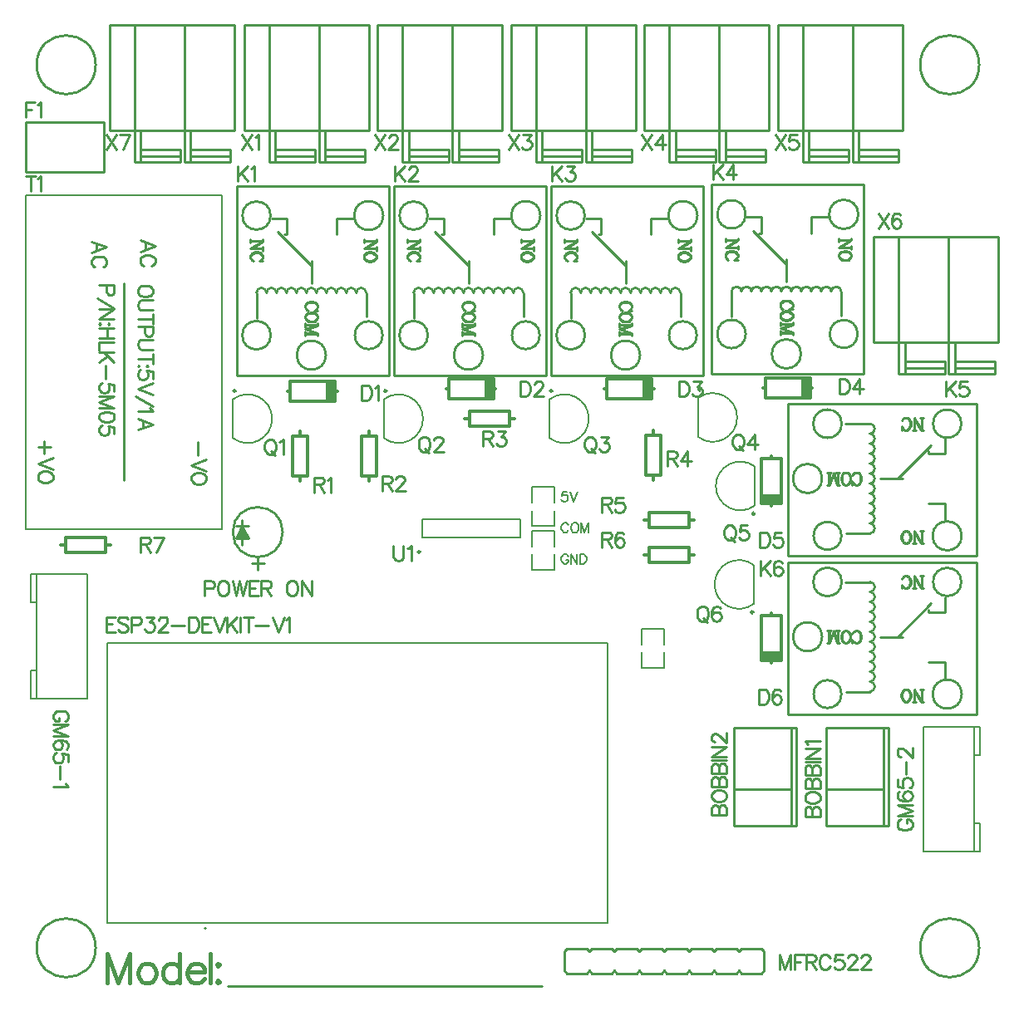
<source format=gbr>
G04*
G04 #@! TF.GenerationSoftware,Altium Limited,Altium Designer,24.3.1 (35)*
G04*
G04 Layer_Color=65535*
%FSLAX25Y25*%
%MOIN*%
G70*
G04*
G04 #@! TF.SameCoordinates,46AF65BB-AA63-4F94-AAD3-FE113F2D5473*
G04*
G04*
G04 #@! TF.FilePolarity,Positive*
G04*
G01*
G75*
%ADD10C,0.00787*%
%ADD11C,0.00984*%
%ADD12C,0.01000*%
%ADD13C,0.00500*%
%ADD14C,0.01200*%
%ADD15C,0.00984*%
%ADD16C,0.01575*%
%ADD17R,0.08000X0.03000*%
%ADD18R,0.03000X0.08000*%
D10*
X75894Y27535D02*
G03*
X75894Y27535I-394J0D01*
G01*
X295406Y173295D02*
G03*
X295406Y157705I-5906J-7795D01*
G01*
X86594Y224205D02*
G03*
X86594Y239795I5906J7795D01*
G01*
X147095Y224205D02*
G03*
X147095Y239795I5906J7795D01*
G01*
X213595Y224205D02*
G03*
X213595Y239795I5906J7795D01*
G01*
X273095Y224705D02*
G03*
X273095Y240295I5906J7795D01*
G01*
X295905Y212795D02*
G03*
X295905Y197205I-5906J-7795D01*
G01*
X295406Y157705D02*
Y173295D01*
X201685Y184457D02*
Y191543D01*
X162315Y184457D02*
Y191543D01*
X201685D01*
X162315Y184457D02*
X201685D01*
X86594Y224205D02*
Y239795D01*
X147094Y224205D02*
Y239795D01*
X213594Y224205D02*
Y239795D01*
X273094Y224705D02*
Y240295D01*
X295906Y197205D02*
Y212795D01*
X386098Y58382D02*
Y69602D01*
X383736Y58382D02*
Y69504D01*
Y69701D02*
X386000D01*
X363500Y58382D02*
Y88382D01*
Y58382D02*
X386098D01*
X383736Y69504D02*
Y77476D01*
X363500Y78382D02*
Y98461D01*
X383736Y100783D02*
Y108362D01*
Y77654D02*
Y100783D01*
X363500Y108461D02*
X386098D01*
X363500Y88382D02*
Y108461D01*
X386030Y97132D02*
Y108352D01*
X383717Y97152D02*
X385980D01*
X5402Y158398D02*
Y169618D01*
X7764Y158496D02*
Y169618D01*
X5500Y158299D02*
X7764D01*
X28000Y139618D02*
Y169618D01*
X5402D02*
X28000D01*
X7764Y150524D02*
Y158496D01*
X28000Y129539D02*
Y149618D01*
X7764Y119638D02*
Y127217D01*
Y150346D01*
X5402Y119539D02*
X28000D01*
Y139618D01*
X5470Y119648D02*
Y130868D01*
X5520Y130848D02*
X7783D01*
X215528Y180835D02*
Y187134D01*
Y171386D02*
Y177685D01*
X206472Y180835D02*
Y187134D01*
Y171386D02*
Y177685D01*
Y187134D02*
X215528D01*
X206472Y171386D02*
X215528D01*
X206472Y188866D02*
Y195165D01*
Y198315D02*
Y204614D01*
X215528Y188866D02*
Y195165D01*
Y198315D02*
Y204614D01*
X206472Y188866D02*
X215528D01*
X206472Y204614D02*
X215528D01*
X259528Y141335D02*
Y147634D01*
Y131886D02*
Y138185D01*
X250472Y141335D02*
Y147634D01*
Y131886D02*
Y138185D01*
Y147634D02*
X259528D01*
X250472Y131886D02*
X259528D01*
X221099Y176786D02*
X220912Y177161D01*
X220537Y177536D01*
X220162Y177724D01*
X219412D01*
X219037Y177536D01*
X218662Y177161D01*
X218475Y176786D01*
X218287Y176224D01*
Y175287D01*
X218475Y174725D01*
X218662Y174350D01*
X219037Y173975D01*
X219412Y173787D01*
X220162D01*
X220537Y173975D01*
X220912Y174350D01*
X221099Y174725D01*
Y175287D01*
X220162D02*
X221099D01*
X221999Y177724D02*
Y173787D01*
Y177724D02*
X224623Y173787D01*
Y177724D02*
Y173787D01*
X225710Y177724D02*
Y173787D01*
Y177724D02*
X227022D01*
X227584Y177536D01*
X227959Y177161D01*
X228147Y176786D01*
X228334Y176224D01*
Y175287D01*
X228147Y174725D01*
X227959Y174350D01*
X227584Y173975D01*
X227022Y173787D01*
X225710D01*
X221099Y189286D02*
X220912Y189661D01*
X220537Y190036D01*
X220162Y190224D01*
X219412D01*
X219037Y190036D01*
X218662Y189661D01*
X218475Y189286D01*
X218287Y188724D01*
Y187787D01*
X218475Y187225D01*
X218662Y186850D01*
X219037Y186475D01*
X219412Y186287D01*
X220162D01*
X220537Y186475D01*
X220912Y186850D01*
X221099Y187225D01*
X223329Y190224D02*
X222955Y190036D01*
X222580Y189661D01*
X222392Y189286D01*
X222205Y188724D01*
Y187787D01*
X222392Y187225D01*
X222580Y186850D01*
X222955Y186475D01*
X223329Y186287D01*
X224079D01*
X224454Y186475D01*
X224829Y186850D01*
X225016Y187225D01*
X225204Y187787D01*
Y188724D01*
X225016Y189286D01*
X224829Y189661D01*
X224454Y190036D01*
X224079Y190224D01*
X223329D01*
X226122D02*
Y186287D01*
Y190224D02*
X227622Y186287D01*
X229121Y190224D02*
X227622Y186287D01*
X229121Y190224D02*
Y186287D01*
X220537Y202724D02*
X218662D01*
X218475Y201037D01*
X218662Y201224D01*
X219225Y201412D01*
X219787D01*
X220349Y201224D01*
X220724Y200849D01*
X220912Y200287D01*
Y199912D01*
X220724Y199350D01*
X220349Y198975D01*
X219787Y198787D01*
X219225D01*
X218662Y198975D01*
X218475Y199162D01*
X218287Y199537D01*
X221793Y202724D02*
X223292Y198787D01*
X224791Y202724D02*
X223292Y198787D01*
D11*
X295307Y154358D02*
G03*
X295307Y154358I-492J0D01*
G01*
X161646Y178551D02*
G03*
X161646Y178551I-492J0D01*
G01*
X87677Y243142D02*
G03*
X87677Y243142I-492J0D01*
G01*
X148177D02*
G03*
X148177Y243142I-492J0D01*
G01*
X214677D02*
G03*
X214677Y243142I-492J0D01*
G01*
X274177Y243642D02*
G03*
X274177Y243642I-492J0D01*
G01*
X295807Y193858D02*
G03*
X295807Y193858I-492J0D01*
G01*
D12*
X342000Y122500D02*
G03*
X344000Y124500I0J2000D01*
G01*
D02*
G03*
X342000Y126500I-2000J0D01*
G01*
D02*
G03*
X344000Y128500I0J2000D01*
G01*
D02*
G03*
X342000Y130500I-2000J0D01*
G01*
D02*
G03*
X344000Y132500I0J2000D01*
G01*
D02*
G03*
X342000Y134500I-2000J0D01*
G01*
D02*
G03*
X344000Y136500I0J2000D01*
G01*
D02*
G03*
X342000Y138500I-2000J0D01*
G01*
D02*
G03*
X344000Y140500I0J2000D01*
G01*
D02*
G03*
X342000Y142500I-2000J0D01*
G01*
D02*
G03*
X344000Y144500I0J2000D01*
G01*
D02*
G03*
X342000Y146500I-2000J0D01*
G01*
D02*
G03*
X344000Y148500I0J2000D01*
G01*
D02*
G03*
X342000Y150500I-2000J0D01*
G01*
D02*
G03*
X344000Y152500I0J2000D01*
G01*
D02*
G03*
X342000Y154500I-2000J0D01*
G01*
D02*
G03*
X344000Y156500I0J2000D01*
G01*
D02*
G03*
X342000Y158500I-2000J0D01*
G01*
D02*
G03*
X344000Y160500I0J2000D01*
G01*
D02*
G03*
X342000Y162500I-2000J0D01*
G01*
D02*
G03*
X344000Y164500I0J2000D01*
G01*
D02*
G03*
X342000Y166500I-2000J0D01*
G01*
X378657D02*
G03*
X378657Y166500I-5657J0D01*
G01*
X378831Y121500D02*
G03*
X378831Y121500I-5831J0D01*
G01*
X330701Y166500D02*
G03*
X330701Y166500I-5701J0D01*
G01*
X322831Y144500D02*
G03*
X322831Y144500I-5831J0D01*
G01*
X330590Y121500D02*
G03*
X330590Y121500I-5590J0D01*
G01*
X106500Y186500D02*
G03*
X106500Y186500I-10000J0D01*
G01*
X330590Y185000D02*
G03*
X330590Y185000I-5590J0D01*
G01*
X322831Y208000D02*
G03*
X322831Y208000I-5831J0D01*
G01*
X330701Y230000D02*
G03*
X330701Y230000I-5701J0D01*
G01*
X378831Y185000D02*
G03*
X378831Y185000I-5831J0D01*
G01*
X378657Y230000D02*
G03*
X378657Y230000I-5657J0D01*
G01*
X344000Y228000D02*
G03*
X342000Y230000I-2000J0D01*
G01*
Y226000D02*
G03*
X344000Y228000I0J2000D01*
G01*
Y224000D02*
G03*
X342000Y226000I-2000J0D01*
G01*
Y222000D02*
G03*
X344000Y224000I0J2000D01*
G01*
Y220000D02*
G03*
X342000Y222000I-2000J0D01*
G01*
Y218000D02*
G03*
X344000Y220000I0J2000D01*
G01*
Y216000D02*
G03*
X342000Y218000I-2000J0D01*
G01*
Y214000D02*
G03*
X344000Y216000I0J2000D01*
G01*
Y212000D02*
G03*
X342000Y214000I-2000J0D01*
G01*
Y210000D02*
G03*
X344000Y212000I0J2000D01*
G01*
Y208000D02*
G03*
X342000Y210000I-2000J0D01*
G01*
Y206000D02*
G03*
X344000Y208000I0J2000D01*
G01*
Y204000D02*
G03*
X342000Y206000I-2000J0D01*
G01*
Y202000D02*
G03*
X344000Y204000I0J2000D01*
G01*
Y200000D02*
G03*
X342000Y202000I-2000J0D01*
G01*
Y198000D02*
G03*
X344000Y200000I0J2000D01*
G01*
Y196000D02*
G03*
X342000Y198000I-2000J0D01*
G01*
Y194000D02*
G03*
X344000Y196000I0J2000D01*
G01*
Y192000D02*
G03*
X342000Y194000I-2000J0D01*
G01*
Y190000D02*
G03*
X344000Y192000I0J2000D01*
G01*
Y188000D02*
G03*
X342000Y190000I-2000J0D01*
G01*
Y186000D02*
G03*
X344000Y188000I0J2000D01*
G01*
X146590Y265500D02*
G03*
X146590Y265500I-5590J0D01*
G01*
X123831Y257500D02*
G03*
X123831Y257500I-5831J0D01*
G01*
X101701Y265500D02*
G03*
X101701Y265500I-5701J0D01*
G01*
X146831Y313500D02*
G03*
X146831Y313500I-5831J0D01*
G01*
X101657D02*
G03*
X101657Y313500I-5657J0D01*
G01*
X98000Y284500D02*
G03*
X96000Y282500I0J-2000D01*
G01*
X100000D02*
G03*
X98000Y284500I-2000J0D01*
G01*
X102000D02*
G03*
X100000Y282500I0J-2000D01*
G01*
X104000D02*
G03*
X102000Y284500I-2000J0D01*
G01*
X106000D02*
G03*
X104000Y282500I0J-2000D01*
G01*
X108000D02*
G03*
X106000Y284500I-2000J0D01*
G01*
X110000D02*
G03*
X108000Y282500I0J-2000D01*
G01*
X112000D02*
G03*
X110000Y284500I-2000J0D01*
G01*
X114000D02*
G03*
X112000Y282500I0J-2000D01*
G01*
X116000D02*
G03*
X114000Y284500I-2000J0D01*
G01*
X118000D02*
G03*
X116000Y282500I0J-2000D01*
G01*
X120000D02*
G03*
X118000Y284500I-2000J0D01*
G01*
X122000D02*
G03*
X120000Y282500I0J-2000D01*
G01*
X124000D02*
G03*
X122000Y284500I-2000J0D01*
G01*
X126000D02*
G03*
X124000Y282500I0J-2000D01*
G01*
X128000D02*
G03*
X126000Y284500I-2000J0D01*
G01*
X130000D02*
G03*
X128000Y282500I0J-2000D01*
G01*
X132000D02*
G03*
X130000Y284500I-2000J0D01*
G01*
X134000D02*
G03*
X132000Y282500I0J-2000D01*
G01*
X136000D02*
G03*
X134000Y284500I-2000J0D01*
G01*
X138000D02*
G03*
X136000Y282500I0J-2000D01*
G01*
X140000D02*
G03*
X138000Y284500I-2000J0D01*
G01*
X209590Y265500D02*
G03*
X209590Y265500I-5590J0D01*
G01*
X186831Y257500D02*
G03*
X186831Y257500I-5831J0D01*
G01*
X164701Y265500D02*
G03*
X164701Y265500I-5701J0D01*
G01*
X209831Y313500D02*
G03*
X209831Y313500I-5831J0D01*
G01*
X164657D02*
G03*
X164657Y313500I-5657J0D01*
G01*
X161000Y284500D02*
G03*
X159000Y282500I0J-2000D01*
G01*
X163000D02*
G03*
X161000Y284500I-2000J0D01*
G01*
X165000D02*
G03*
X163000Y282500I0J-2000D01*
G01*
X167000D02*
G03*
X165000Y284500I-2000J0D01*
G01*
X169000D02*
G03*
X167000Y282500I0J-2000D01*
G01*
X171000D02*
G03*
X169000Y284500I-2000J0D01*
G01*
X173000D02*
G03*
X171000Y282500I0J-2000D01*
G01*
X175000D02*
G03*
X173000Y284500I-2000J0D01*
G01*
X177000D02*
G03*
X175000Y282500I0J-2000D01*
G01*
X179000D02*
G03*
X177000Y284500I-2000J0D01*
G01*
X181000D02*
G03*
X179000Y282500I0J-2000D01*
G01*
X183000D02*
G03*
X181000Y284500I-2000J0D01*
G01*
X185000D02*
G03*
X183000Y282500I0J-2000D01*
G01*
X187000D02*
G03*
X185000Y284500I-2000J0D01*
G01*
X189000D02*
G03*
X187000Y282500I0J-2000D01*
G01*
X191000D02*
G03*
X189000Y284500I-2000J0D01*
G01*
X193000D02*
G03*
X191000Y282500I0J-2000D01*
G01*
X195000D02*
G03*
X193000Y284500I-2000J0D01*
G01*
X197000D02*
G03*
X195000Y282500I0J-2000D01*
G01*
X199000D02*
G03*
X197000Y284500I-2000J0D01*
G01*
X201000D02*
G03*
X199000Y282500I0J-2000D01*
G01*
X203000D02*
G03*
X201000Y284500I-2000J0D01*
G01*
X272590Y265500D02*
G03*
X272590Y265500I-5590J0D01*
G01*
X249831Y257500D02*
G03*
X249831Y257500I-5831J0D01*
G01*
X227701Y265500D02*
G03*
X227701Y265500I-5701J0D01*
G01*
X272831Y313500D02*
G03*
X272831Y313500I-5831J0D01*
G01*
X227657D02*
G03*
X227657Y313500I-5657J0D01*
G01*
X224000Y284500D02*
G03*
X222000Y282500I0J-2000D01*
G01*
X226000D02*
G03*
X224000Y284500I-2000J0D01*
G01*
X228000D02*
G03*
X226000Y282500I0J-2000D01*
G01*
X230000D02*
G03*
X228000Y284500I-2000J0D01*
G01*
X232000D02*
G03*
X230000Y282500I0J-2000D01*
G01*
X234000D02*
G03*
X232000Y284500I-2000J0D01*
G01*
X236000D02*
G03*
X234000Y282500I0J-2000D01*
G01*
X238000D02*
G03*
X236000Y284500I-2000J0D01*
G01*
X240000D02*
G03*
X238000Y282500I0J-2000D01*
G01*
X242000D02*
G03*
X240000Y284500I-2000J0D01*
G01*
X244000D02*
G03*
X242000Y282500I0J-2000D01*
G01*
X246000D02*
G03*
X244000Y284500I-2000J0D01*
G01*
X248000D02*
G03*
X246000Y282500I0J-2000D01*
G01*
X250000D02*
G03*
X248000Y284500I-2000J0D01*
G01*
X252000D02*
G03*
X250000Y282500I0J-2000D01*
G01*
X254000D02*
G03*
X252000Y284500I-2000J0D01*
G01*
X256000D02*
G03*
X254000Y282500I0J-2000D01*
G01*
X258000D02*
G03*
X256000Y284500I-2000J0D01*
G01*
X260000D02*
G03*
X258000Y282500I0J-2000D01*
G01*
X262000D02*
G03*
X260000Y284500I-2000J0D01*
G01*
X264000D02*
G03*
X262000Y282500I0J-2000D01*
G01*
X266000D02*
G03*
X264000Y284500I-2000J0D01*
G01*
X337090Y266000D02*
G03*
X337090Y266000I-5590J0D01*
G01*
X314331Y258000D02*
G03*
X314331Y258000I-5831J0D01*
G01*
X292201Y266000D02*
G03*
X292201Y266000I-5701J0D01*
G01*
X337331Y314000D02*
G03*
X337331Y314000I-5831J0D01*
G01*
X292157D02*
G03*
X292157Y314000I-5657J0D01*
G01*
X288500Y285000D02*
G03*
X286500Y283000I0J-2000D01*
G01*
X290500D02*
G03*
X288500Y285000I-2000J0D01*
G01*
X292500D02*
G03*
X290500Y283000I0J-2000D01*
G01*
X294500D02*
G03*
X292500Y285000I-2000J0D01*
G01*
X296500D02*
G03*
X294500Y283000I0J-2000D01*
G01*
X298500D02*
G03*
X296500Y285000I-2000J0D01*
G01*
X300500D02*
G03*
X298500Y283000I0J-2000D01*
G01*
X302500D02*
G03*
X300500Y285000I-2000J0D01*
G01*
X304500D02*
G03*
X302500Y283000I0J-2000D01*
G01*
X306500D02*
G03*
X304500Y285000I-2000J0D01*
G01*
X308500D02*
G03*
X306500Y283000I0J-2000D01*
G01*
X310500D02*
G03*
X308500Y285000I-2000J0D01*
G01*
X312500D02*
G03*
X310500Y283000I0J-2000D01*
G01*
X314500D02*
G03*
X312500Y285000I-2000J0D01*
G01*
X316500D02*
G03*
X314500Y283000I0J-2000D01*
G01*
X318500D02*
G03*
X316500Y285000I-2000J0D01*
G01*
X320500D02*
G03*
X318500Y283000I0J-2000D01*
G01*
X322500D02*
G03*
X320500Y285000I-2000J0D01*
G01*
X324500D02*
G03*
X322500Y283000I0J-2000D01*
G01*
X326500D02*
G03*
X324500Y285000I-2000J0D01*
G01*
X328500D02*
G03*
X326500Y283000I0J-2000D01*
G01*
X330500D02*
G03*
X328500Y285000I-2000J0D01*
G01*
X31496Y19685D02*
G03*
X31496Y19685I-11811J0D01*
G01*
Y374016D02*
G03*
X31496Y374016I-11811J0D01*
G01*
X385827D02*
G03*
X385827Y374016I-11811J0D01*
G01*
Y19685D02*
G03*
X385827Y19685I-11811J0D01*
G01*
X84500Y4500D02*
X210484D01*
X363000Y250000D02*
X369500D01*
X393500Y262779D02*
Y305000D01*
X353500Y262779D02*
X393500D01*
X353500D02*
Y305000D01*
X393500D01*
X373500Y262779D02*
Y305000D01*
X343500D02*
X353500D01*
X343500Y262779D02*
X353500D01*
X343500D02*
Y305000D01*
X363000Y252500D02*
X369500D01*
X353500Y250000D02*
Y262779D01*
Y250000D02*
X356000D01*
Y262500D01*
X372000Y250000D02*
Y255000D01*
X356000Y252500D02*
X372000D01*
X356000Y250000D02*
X372000D01*
X356000Y255000D02*
X372000D01*
X383000Y250000D02*
X389500D01*
X383000Y252500D02*
X389500D01*
X373500Y250000D02*
Y262779D01*
Y250000D02*
X376000D01*
Y262500D01*
X392000Y250000D02*
Y255000D01*
X376000Y252500D02*
X392000D01*
X376000Y250000D02*
X392000D01*
X376000Y255000D02*
X392000D01*
X332500Y122500D02*
X342000D01*
X332000Y166500D02*
X342000D01*
X365500Y154500D02*
Y155500D01*
X353000Y144500D02*
X366500Y158000D01*
X365500Y134500D02*
X372000D01*
Y127500D02*
Y134500D01*
X365500Y154500D02*
X372000D01*
Y160500D01*
X346000Y144500D02*
X355000D01*
X384937Y113500D02*
Y174500D01*
X309000D02*
X384937D01*
X309000Y113500D02*
Y174500D01*
Y113500D02*
X384937D01*
X94000Y174000D02*
X99000D01*
X96500Y171500D02*
Y176500D01*
X90250Y181500D02*
Y191500D01*
X87750Y184000D02*
X92750D01*
X90250Y189000D02*
X92750Y184000D01*
X87750D02*
X90250Y189000D01*
X87750D02*
X92750D01*
X88222Y184945D02*
X92356Y184788D01*
X91050Y184838D02*
X91196Y187108D01*
X89382Y187264D02*
X89437Y184899D01*
X309000Y177000D02*
X384937D01*
X309000D02*
Y238000D01*
X384937D01*
Y177000D02*
Y238000D01*
X346000Y208000D02*
X355000D01*
X372000Y218000D02*
Y224000D01*
X365500Y218000D02*
X372000D01*
Y191000D02*
Y198000D01*
X365500D02*
X372000D01*
X353000Y208000D02*
X366500Y221500D01*
X365500Y218000D02*
Y219000D01*
X332000Y230000D02*
X342000D01*
X332500Y186000D02*
X342000D01*
X324736Y83500D02*
X347374D01*
X349343Y68657D02*
Y108028D01*
X324539Y68657D02*
Y108028D01*
Y68657D02*
X349343D01*
X324539Y108028D02*
X349343D01*
X347374Y68657D02*
Y108028D01*
X287736Y83500D02*
X310374D01*
X312343Y68657D02*
Y108028D01*
X287539Y68657D02*
Y108028D01*
Y68657D02*
X312343D01*
X287539Y108028D02*
X312343D01*
X310374Y68657D02*
Y108028D01*
X299500Y14500D02*
Y18437D01*
Y10563D02*
Y14500D01*
X294500Y19500D02*
X298437D01*
X294500Y9500D02*
X298437D01*
X290563Y19500D02*
X294500D01*
X290563Y9500D02*
X294500D01*
X289500Y18437D02*
X290563Y19500D01*
X298437D02*
X299500Y18437D01*
X298437Y9500D02*
X299500Y10563D01*
X289500D02*
X290563Y9500D01*
X284500Y19500D02*
X288437D01*
X284500Y9500D02*
X288437D01*
X280563Y19500D02*
X284500D01*
X280563Y9500D02*
X284500D01*
X279500Y18437D02*
X280563Y19500D01*
X288437D02*
X289500Y18437D01*
X288437Y9500D02*
X289500Y10563D01*
X279500D02*
X280563Y9500D01*
X274500Y19500D02*
X278437D01*
X274500Y9500D02*
X278437D01*
X270563Y19500D02*
X274500D01*
X270563Y9500D02*
X274500D01*
X269500Y18437D02*
X270563Y19500D01*
X278437D02*
X279500Y18437D01*
X278437Y9500D02*
X279500Y10563D01*
X269500D02*
X270563Y9500D01*
X264500Y19500D02*
X268437D01*
X264500Y9500D02*
X268437D01*
X260563Y19500D02*
X264500D01*
X260563Y9500D02*
X264500D01*
X259500Y18437D02*
X260563Y19500D01*
X268437D02*
X269500Y18437D01*
X268437Y9500D02*
X269500Y10563D01*
X259500D02*
X260563Y9500D01*
X254500Y19500D02*
X258437D01*
X254500Y9500D02*
X258437D01*
X250563Y19500D02*
X254500D01*
X250563Y9500D02*
X254500D01*
X249500Y18437D02*
X250563Y19500D01*
X258437D02*
X259500Y18437D01*
X258437Y9500D02*
X259500Y10563D01*
X249500D02*
X250563Y9500D01*
X244500Y19500D02*
X248437D01*
X244500Y9500D02*
X248437D01*
X240563Y19500D02*
X244500D01*
X240563Y9500D02*
X244500D01*
X239500Y18437D02*
X240563Y19500D01*
X248437D02*
X249500Y18437D01*
X248437Y9500D02*
X249500Y10563D01*
X239500D02*
X240563Y9500D01*
X234500Y19500D02*
X238437D01*
X234500Y9500D02*
X238437D01*
X230563Y19500D02*
X234500D01*
X230563Y9500D02*
X234500D01*
X229500Y18437D02*
X230563Y19500D01*
X238437D02*
X239500Y18437D01*
X238437Y9500D02*
X239500Y10563D01*
X229500D02*
X230563Y9500D01*
X219500Y10563D02*
Y14500D01*
Y18437D01*
X224500Y19500D02*
X228437D01*
X224500Y9500D02*
X228437D01*
X220563Y19500D02*
X224500D01*
X220563Y9500D02*
X224500D01*
X219500Y18437D02*
X220563Y19500D01*
X228437D02*
X229500Y18437D01*
X228437Y9500D02*
X229500Y10563D01*
X219500D02*
X220563Y9500D01*
X149000Y249500D02*
Y325437D01*
X88000Y249500D02*
X149000D01*
X88000D02*
Y325437D01*
X149000D01*
X118000Y286500D02*
Y295500D01*
X102000Y312500D02*
X108000D01*
Y306000D02*
Y312500D01*
X128000D02*
X135000D01*
X128000Y306000D02*
Y312500D01*
X104500Y307000D02*
X118000Y293500D01*
X107000Y306000D02*
X108000D01*
X96000Y272500D02*
Y282500D01*
X140000Y273000D02*
Y282500D01*
X212000Y249500D02*
Y325437D01*
X151000Y249500D02*
X212000D01*
X151000D02*
Y325437D01*
X212000D01*
X181000Y286500D02*
Y295500D01*
X165000Y312500D02*
X171000D01*
Y306000D02*
Y312500D01*
X191000D02*
X198000D01*
X191000Y306000D02*
Y312500D01*
X167500Y307000D02*
X181000Y293500D01*
X170000Y306000D02*
X171000D01*
X159000Y272500D02*
Y282500D01*
X203000Y273000D02*
Y282500D01*
X275000Y249500D02*
Y325437D01*
X214000Y249500D02*
X275000D01*
X214000D02*
Y325437D01*
X275000D01*
X244000Y286500D02*
Y295500D01*
X228000Y312500D02*
X234000D01*
Y306000D02*
Y312500D01*
X254000D02*
X261000D01*
X254000Y306000D02*
Y312500D01*
X230500Y307000D02*
X244000Y293500D01*
X233000Y306000D02*
X234000D01*
X222000Y272500D02*
Y282500D01*
X266000Y273000D02*
Y282500D01*
X339500Y250000D02*
Y325937D01*
X278500Y250000D02*
X339500D01*
X278500D02*
Y325937D01*
X339500D01*
X308500Y287000D02*
Y296000D01*
X292500Y313000D02*
X298500D01*
Y306500D02*
Y313000D01*
X318500D02*
X325500D01*
X318500Y306500D02*
Y313000D01*
X295000Y307500D02*
X308500Y294000D01*
X297500Y306500D02*
X298500D01*
X286500Y273000D02*
Y283000D01*
X330500Y273500D02*
Y283000D01*
X42685Y207500D02*
Y286240D01*
X56500Y335000D02*
X63000D01*
X87000Y347780D02*
Y390000D01*
X47000Y347780D02*
X87000D01*
X47000D02*
Y390000D01*
X87000D01*
X67000Y347780D02*
Y390000D01*
X37000D02*
X47000D01*
X37000Y347780D02*
X47000D01*
X37000D02*
Y390000D01*
X56500Y337500D02*
X63000D01*
X47000Y335000D02*
Y347780D01*
Y335000D02*
X49500D01*
Y347500D01*
X65500Y335000D02*
Y340000D01*
X49500Y337500D02*
X65500D01*
X49500Y335000D02*
X65500D01*
X49500Y340000D02*
X65500D01*
X76500Y335000D02*
X83000D01*
X76500Y337500D02*
X83000D01*
X67000Y335000D02*
Y347780D01*
Y335000D02*
X69500D01*
Y347500D01*
X85500Y335000D02*
Y340000D01*
X69500Y337500D02*
X85500D01*
X69500Y335000D02*
X85500D01*
X69500Y340000D02*
X85500D01*
X110500Y335000D02*
X117000D01*
X141000Y347780D02*
Y390000D01*
X101000Y347780D02*
X141000D01*
X101000D02*
Y390000D01*
X141000D01*
X121000Y347780D02*
Y390000D01*
X91000D02*
X101000D01*
X91000Y347780D02*
X101000D01*
X91000D02*
Y390000D01*
X110500Y337500D02*
X117000D01*
X101000Y335000D02*
Y347780D01*
Y335000D02*
X103500D01*
Y347500D01*
X119500Y335000D02*
Y340000D01*
X103500Y337500D02*
X119500D01*
X103500Y335000D02*
X119500D01*
X103500Y340000D02*
X119500D01*
X130500Y335000D02*
X137000D01*
X130500Y337500D02*
X137000D01*
X121000Y335000D02*
Y347780D01*
Y335000D02*
X123500D01*
Y347500D01*
X139500Y335000D02*
Y340000D01*
X123500Y337500D02*
X139500D01*
X123500Y335000D02*
X139500D01*
X123500Y340000D02*
X139500D01*
X164000Y335000D02*
X170500D01*
X194500Y347780D02*
Y390000D01*
X154500Y347780D02*
X194500D01*
X154500D02*
Y390000D01*
X194500D01*
X174500Y347780D02*
Y390000D01*
X144500D02*
X154500D01*
X144500Y347780D02*
X154500D01*
X144500D02*
Y390000D01*
X164000Y337500D02*
X170500D01*
X154500Y335000D02*
Y347780D01*
Y335000D02*
X157000D01*
Y347500D01*
X173000Y335000D02*
Y340000D01*
X157000Y337500D02*
X173000D01*
X157000Y335000D02*
X173000D01*
X157000Y340000D02*
X173000D01*
X184000Y335000D02*
X190500D01*
X184000Y337500D02*
X190500D01*
X174500Y335000D02*
Y347780D01*
Y335000D02*
X177000D01*
Y347500D01*
X193000Y335000D02*
Y340000D01*
X177000Y337500D02*
X193000D01*
X177000Y335000D02*
X193000D01*
X177000Y340000D02*
X193000D01*
X217500Y335000D02*
X224000D01*
X248000Y347780D02*
Y390000D01*
X208000Y347780D02*
X248000D01*
X208000D02*
Y390000D01*
X248000D01*
X228000Y347780D02*
Y390000D01*
X198000D02*
X208000D01*
X198000Y347780D02*
X208000D01*
X198000D02*
Y390000D01*
X217500Y337500D02*
X224000D01*
X208000Y335000D02*
Y347780D01*
Y335000D02*
X210500D01*
Y347500D01*
X226500Y335000D02*
Y340000D01*
X210500Y337500D02*
X226500D01*
X210500Y335000D02*
X226500D01*
X210500Y340000D02*
X226500D01*
X237500Y335000D02*
X244000D01*
X237500Y337500D02*
X244000D01*
X228000Y335000D02*
Y347780D01*
Y335000D02*
X230500D01*
Y347500D01*
X246500Y335000D02*
Y340000D01*
X230500Y337500D02*
X246500D01*
X230500Y335000D02*
X246500D01*
X230500Y340000D02*
X246500D01*
X271000Y335000D02*
X277500D01*
X301500Y347780D02*
Y390000D01*
X261500Y347780D02*
X301500D01*
X261500D02*
Y390000D01*
X301500D01*
X281500Y347780D02*
Y390000D01*
X251500D02*
X261500D01*
X251500Y347780D02*
X261500D01*
X251500D02*
Y390000D01*
X271000Y337500D02*
X277500D01*
X261500Y335000D02*
Y347780D01*
Y335000D02*
X264000D01*
Y347500D01*
X280000Y335000D02*
Y340000D01*
X264000Y337500D02*
X280000D01*
X264000Y335000D02*
X280000D01*
X264000Y340000D02*
X280000D01*
X291000Y335000D02*
X297500D01*
X291000Y337500D02*
X297500D01*
X281500Y335000D02*
Y347780D01*
Y335000D02*
X284000D01*
Y347500D01*
X300000Y335000D02*
Y340000D01*
X284000Y337500D02*
X300000D01*
X284000Y335000D02*
X300000D01*
X284000Y340000D02*
X300000D01*
X324500Y335000D02*
X331000D01*
X355000Y347780D02*
Y390000D01*
X315000Y347780D02*
X355000D01*
X315000D02*
Y390000D01*
X355000D01*
X335000Y347780D02*
Y390000D01*
X305000D02*
X315000D01*
X305000Y347780D02*
X315000D01*
X305000D02*
Y390000D01*
X324500Y337500D02*
X331000D01*
X315000Y335000D02*
Y347780D01*
Y335000D02*
X317500D01*
Y347500D01*
X333500Y335000D02*
Y340000D01*
X317500Y337500D02*
X333500D01*
X317500Y335000D02*
X333500D01*
X317500Y340000D02*
X333500D01*
X344500Y335000D02*
X351000D01*
X344500Y337500D02*
X351000D01*
X335000Y335000D02*
Y347780D01*
Y335000D02*
X337500D01*
Y347500D01*
X353500Y335000D02*
Y340000D01*
X337500Y337500D02*
X353500D01*
X337500Y335000D02*
X353500D01*
X337500Y340000D02*
X353500D01*
X39521Y152499D02*
X35808D01*
Y146501D01*
X39521D01*
X35808Y149643D02*
X38093D01*
X44520Y151642D02*
X43949Y152214D01*
X43092Y152499D01*
X41949D01*
X41093Y152214D01*
X40521Y151642D01*
Y151071D01*
X40807Y150500D01*
X41093Y150214D01*
X41664Y149928D01*
X43378Y149357D01*
X43949Y149072D01*
X44235Y148786D01*
X44520Y148215D01*
Y147358D01*
X43949Y146786D01*
X43092Y146501D01*
X41949D01*
X41093Y146786D01*
X40521Y147358D01*
X45863Y149357D02*
X48434D01*
X49291Y149643D01*
X49576Y149928D01*
X49862Y150500D01*
Y151357D01*
X49576Y151928D01*
X49291Y152214D01*
X48434Y152499D01*
X45863D01*
Y146501D01*
X51776Y152499D02*
X54918D01*
X53204Y150214D01*
X54061D01*
X54632Y149928D01*
X54918Y149643D01*
X55204Y148786D01*
Y148215D01*
X54918Y147358D01*
X54347Y146786D01*
X53490Y146501D01*
X52633D01*
X51776Y146786D01*
X51490Y147072D01*
X51205Y147643D01*
X56832Y151071D02*
Y151357D01*
X57118Y151928D01*
X57403Y152214D01*
X57974Y152499D01*
X59117D01*
X59689Y152214D01*
X59974Y151928D01*
X60260Y151357D01*
Y150785D01*
X59974Y150214D01*
X59403Y149357D01*
X56546Y146501D01*
X60545D01*
X61888Y149072D02*
X67030D01*
X68801Y152499D02*
Y146501D01*
Y152499D02*
X70800D01*
X71657Y152214D01*
X72229Y151642D01*
X72514Y151071D01*
X72800Y150214D01*
Y148786D01*
X72514Y147929D01*
X72229Y147358D01*
X71657Y146786D01*
X70800Y146501D01*
X68801D01*
X77856Y152499D02*
X74142D01*
Y146501D01*
X77856D01*
X74142Y149643D02*
X76428D01*
X78856Y152499D02*
X81141Y146501D01*
X83426Y152499D02*
X81141Y146501D01*
X84197Y152499D02*
Y146501D01*
X88197Y152499D02*
X84197Y148500D01*
X85626Y149928D02*
X88197Y146501D01*
X89539Y152499D02*
Y146501D01*
X92796Y152499D02*
Y146501D01*
X90796Y152499D02*
X94795D01*
X95509Y149072D02*
X100651D01*
X102422Y152499D02*
X104707Y146501D01*
X106993Y152499D02*
X104707Y146501D01*
X107764Y151357D02*
X108335Y151642D01*
X109192Y152499D01*
Y146501D01*
X274372Y156785D02*
X273801Y156499D01*
X273230Y155928D01*
X272944Y155357D01*
X272658Y154500D01*
Y153071D01*
X272944Y152215D01*
X273230Y151643D01*
X273801Y151072D01*
X274372Y150786D01*
X275515D01*
X276086Y151072D01*
X276657Y151643D01*
X276943Y152215D01*
X277229Y153071D01*
Y154500D01*
X276943Y155357D01*
X276657Y155928D01*
X276086Y156499D01*
X275515Y156785D01*
X274372D01*
X275229Y151929D02*
X276943Y150215D01*
X282056Y155928D02*
X281770Y156499D01*
X280913Y156785D01*
X280342D01*
X279485Y156499D01*
X278914Y155642D01*
X278628Y154214D01*
Y152786D01*
X278914Y151643D01*
X279485Y151072D01*
X280342Y150786D01*
X280628D01*
X281485Y151072D01*
X282056Y151643D01*
X282342Y152500D01*
Y152786D01*
X282056Y153643D01*
X281485Y154214D01*
X280628Y154500D01*
X280342D01*
X279485Y154214D01*
X278914Y153643D01*
X278628Y152786D01*
X345472Y314499D02*
X349471Y308501D01*
Y314499D02*
X345472Y308501D01*
X354242Y313642D02*
X353956Y314214D01*
X353099Y314499D01*
X352528D01*
X351671Y314214D01*
X351100Y313357D01*
X350814Y311929D01*
Y310500D01*
X351100Y309358D01*
X351671Y308786D01*
X352528Y308501D01*
X352814D01*
X353671Y308786D01*
X354242Y309358D01*
X354528Y310215D01*
Y310500D01*
X354242Y311357D01*
X353671Y311929D01*
X352814Y312214D01*
X352528D01*
X351671Y311929D01*
X351100Y311357D01*
X350814Y310500D01*
X297472Y123499D02*
Y117501D01*
Y123499D02*
X299472D01*
X300329Y123214D01*
X300900Y122642D01*
X301186Y122071D01*
X301471Y121214D01*
Y119786D01*
X301186Y118929D01*
X300900Y118358D01*
X300329Y117786D01*
X299472Y117501D01*
X297472D01*
X306242Y122642D02*
X305956Y123214D01*
X305099Y123499D01*
X304528D01*
X303671Y123214D01*
X303100Y122357D01*
X302814Y120929D01*
Y119500D01*
X303100Y118358D01*
X303671Y117786D01*
X304528Y117501D01*
X304814D01*
X305671Y117786D01*
X306242Y118358D01*
X306528Y119215D01*
Y119500D01*
X306242Y120357D01*
X305671Y120929D01*
X304814Y121214D01*
X304528D01*
X303671Y120929D01*
X303100Y120357D01*
X302814Y119500D01*
X297972Y174999D02*
Y169001D01*
X301972Y174999D02*
X297972Y171000D01*
X299401Y172429D02*
X301972Y169001D01*
X306742Y174142D02*
X306456Y174714D01*
X305599Y174999D01*
X305028D01*
X304171Y174714D01*
X303600Y173857D01*
X303314Y172429D01*
Y171000D01*
X303600Y169858D01*
X304171Y169286D01*
X305028Y169001D01*
X305314D01*
X306171Y169286D01*
X306742Y169858D01*
X307028Y170715D01*
Y171000D01*
X306742Y171857D01*
X306171Y172429D01*
X305314Y172714D01*
X305028D01*
X304171Y172429D01*
X303600Y171857D01*
X303314Y171000D01*
X335167Y142715D02*
X334929Y143429D01*
Y142001D01*
X335167Y142715D01*
X335644Y142239D01*
X336358Y142001D01*
X336834D01*
X337548Y142239D01*
X338024Y142715D01*
X338262Y143191D01*
X338500Y143905D01*
Y145096D01*
X338262Y145810D01*
X338024Y146286D01*
X337548Y146762D01*
X336834Y147000D01*
X336358D01*
X335644Y146762D01*
X335167Y146286D01*
X334929Y145810D01*
X336834Y142001D02*
X337310Y142239D01*
X337786Y142715D01*
X338024Y143191D01*
X338262Y143905D01*
Y145096D01*
X338024Y145810D01*
X337786Y146286D01*
X337310Y146762D01*
X336834Y147000D01*
X332549Y142001D02*
X333263Y142239D01*
X333739Y142715D01*
X333977Y143191D01*
X334215Y144143D01*
Y144858D01*
X333977Y145810D01*
X333739Y146286D01*
X333263Y146762D01*
X332549Y147000D01*
X332073D01*
X331359Y146762D01*
X330883Y146286D01*
X330644Y145810D01*
X330406Y144858D01*
Y144143D01*
X330644Y143191D01*
X330883Y142715D01*
X331359Y142239D01*
X332073Y142001D01*
X332549D01*
X333025Y142239D01*
X333501Y142715D01*
X333739Y143191D01*
X333977Y144143D01*
Y144858D01*
X333739Y145810D01*
X333501Y146286D01*
X333025Y146762D01*
X332549Y147000D01*
X332073D02*
X331597Y146762D01*
X331121Y146286D01*
X330883Y145810D01*
X330644Y144858D01*
Y144143D01*
X330883Y143191D01*
X331121Y142715D01*
X331597Y142239D01*
X332073Y142001D01*
X329002D02*
Y147000D01*
X328764Y142001D02*
X327336Y146286D01*
X329002Y142001D02*
X327336Y147000D01*
X325669Y142001D02*
X327336Y147000D01*
X325669Y142001D02*
Y147000D01*
X325431Y142001D02*
Y147000D01*
X329716Y142001D02*
X328764D01*
X325669D02*
X324717D01*
X329716Y147000D02*
X328288D01*
X326383D02*
X324717D01*
X362786Y164001D02*
Y169000D01*
X362548Y164001D02*
X359691Y168524D01*
X362548Y164477D02*
X359691Y169000D01*
Y164001D02*
Y169000D01*
X363500Y164001D02*
X362548D01*
X360405D02*
X358977D01*
X363500Y169000D02*
X362072D01*
X355026Y164715D02*
X354788Y165429D01*
Y164001D01*
X355026Y164715D01*
X355502Y164239D01*
X356216Y164001D01*
X356692D01*
X357406Y164239D01*
X357882Y164715D01*
X358120Y165191D01*
X358358Y165905D01*
Y167096D01*
X358120Y167810D01*
X357882Y168286D01*
X357406Y168762D01*
X356692Y169000D01*
X356216D01*
X355502Y168762D01*
X355026Y168286D01*
X354788Y167810D01*
X356692Y164001D02*
X357168Y164239D01*
X357644Y164715D01*
X357882Y165191D01*
X358120Y165905D01*
Y167096D01*
X357882Y167810D01*
X357644Y168286D01*
X357168Y168762D01*
X356692Y169000D01*
X362786Y118501D02*
Y123500D01*
X362548Y118501D02*
X359691Y123024D01*
X362548Y118977D02*
X359691Y123500D01*
Y118501D02*
Y123500D01*
X363500Y118501D02*
X362548D01*
X360405D02*
X358977D01*
X363500Y123500D02*
X362072D01*
X356692Y118501D02*
X357406Y118739D01*
X357882Y119215D01*
X358120Y119691D01*
X358358Y120643D01*
Y121358D01*
X358120Y122310D01*
X357882Y122786D01*
X357406Y123262D01*
X356692Y123500D01*
X356216D01*
X355502Y123262D01*
X355026Y122786D01*
X354788Y122310D01*
X354550Y121358D01*
Y120643D01*
X354788Y119691D01*
X355026Y119215D01*
X355502Y118739D01*
X356216Y118501D01*
X356692D01*
X357168Y118739D01*
X357644Y119215D01*
X357882Y119691D01*
X358120Y120643D01*
Y121358D01*
X357882Y122310D01*
X357644Y122786D01*
X357168Y123262D01*
X356692Y123500D01*
X356216D02*
X355740Y123262D01*
X355264Y122786D01*
X355026Y122310D01*
X354788Y121358D01*
Y120643D01*
X355026Y119691D01*
X355264Y119215D01*
X355740Y118739D01*
X356216Y118501D01*
X234472Y186499D02*
Y180501D01*
Y186499D02*
X237043D01*
X237900Y186214D01*
X238186Y185928D01*
X238472Y185357D01*
Y184785D01*
X238186Y184214D01*
X237900Y183929D01*
X237043Y183643D01*
X234472D01*
X236472D02*
X238472Y180501D01*
X243242Y185642D02*
X242956Y186214D01*
X242099Y186499D01*
X241528D01*
X240671Y186214D01*
X240100Y185357D01*
X239814Y183929D01*
Y182500D01*
X240100Y181358D01*
X240671Y180786D01*
X241528Y180501D01*
X241814D01*
X242671Y180786D01*
X243242Y181358D01*
X243528Y182215D01*
Y182500D01*
X243242Y183357D01*
X242671Y183929D01*
X241814Y184214D01*
X241528D01*
X240671Y183929D01*
X240100Y183357D01*
X239814Y182500D01*
X362786Y182001D02*
Y187000D01*
X362548Y182001D02*
X359691Y186524D01*
X362548Y182477D02*
X359691Y187000D01*
Y182001D02*
Y187000D01*
X363500Y182001D02*
X362548D01*
X360405D02*
X358977D01*
X363500Y187000D02*
X362072D01*
X356692Y182001D02*
X357406Y182239D01*
X357882Y182715D01*
X358120Y183191D01*
X358358Y184143D01*
Y184858D01*
X358120Y185810D01*
X357882Y186286D01*
X357406Y186762D01*
X356692Y187000D01*
X356216D01*
X355502Y186762D01*
X355026Y186286D01*
X354788Y185810D01*
X354550Y184858D01*
Y184143D01*
X354788Y183191D01*
X355026Y182715D01*
X355502Y182239D01*
X356216Y182001D01*
X356692D01*
X357168Y182239D01*
X357644Y182715D01*
X357882Y183191D01*
X358120Y184143D01*
Y184858D01*
X357882Y185810D01*
X357644Y186286D01*
X357168Y186762D01*
X356692Y187000D01*
X356216D02*
X355740Y186762D01*
X355264Y186286D01*
X355026Y185810D01*
X354788Y184858D01*
Y184143D01*
X355026Y183191D01*
X355264Y182715D01*
X355740Y182239D01*
X356216Y182001D01*
X362786Y227501D02*
Y232500D01*
X362548Y227501D02*
X359691Y232024D01*
X362548Y227977D02*
X359691Y232500D01*
Y227501D02*
Y232500D01*
X363500Y227501D02*
X362548D01*
X360405D02*
X358977D01*
X363500Y232500D02*
X362072D01*
X355026Y228215D02*
X354788Y228929D01*
Y227501D01*
X355026Y228215D01*
X355502Y227739D01*
X356216Y227501D01*
X356692D01*
X357406Y227739D01*
X357882Y228215D01*
X358120Y228691D01*
X358358Y229405D01*
Y230596D01*
X358120Y231310D01*
X357882Y231786D01*
X357406Y232262D01*
X356692Y232500D01*
X356216D01*
X355502Y232262D01*
X355026Y231786D01*
X354788Y231310D01*
X356692Y227501D02*
X357168Y227739D01*
X357644Y228215D01*
X357882Y228691D01*
X358120Y229405D01*
Y230596D01*
X357882Y231310D01*
X357644Y231786D01*
X357168Y232262D01*
X356692Y232500D01*
X335167Y206215D02*
X334929Y206929D01*
Y205501D01*
X335167Y206215D01*
X335644Y205739D01*
X336358Y205501D01*
X336834D01*
X337548Y205739D01*
X338024Y206215D01*
X338262Y206691D01*
X338500Y207405D01*
Y208596D01*
X338262Y209310D01*
X338024Y209786D01*
X337548Y210262D01*
X336834Y210500D01*
X336358D01*
X335644Y210262D01*
X335167Y209786D01*
X334929Y209310D01*
X336834Y205501D02*
X337310Y205739D01*
X337786Y206215D01*
X338024Y206691D01*
X338262Y207405D01*
Y208596D01*
X338024Y209310D01*
X337786Y209786D01*
X337310Y210262D01*
X336834Y210500D01*
X332549Y205501D02*
X333263Y205739D01*
X333739Y206215D01*
X333977Y206691D01*
X334215Y207644D01*
Y208358D01*
X333977Y209310D01*
X333739Y209786D01*
X333263Y210262D01*
X332549Y210500D01*
X332073D01*
X331359Y210262D01*
X330883Y209786D01*
X330644Y209310D01*
X330406Y208358D01*
Y207644D01*
X330644Y206691D01*
X330883Y206215D01*
X331359Y205739D01*
X332073Y205501D01*
X332549D01*
X333025Y205739D01*
X333501Y206215D01*
X333739Y206691D01*
X333977Y207644D01*
Y208358D01*
X333739Y209310D01*
X333501Y209786D01*
X333025Y210262D01*
X332549Y210500D01*
X332073D02*
X331597Y210262D01*
X331121Y209786D01*
X330883Y209310D01*
X330644Y208358D01*
Y207644D01*
X330883Y206691D01*
X331121Y206215D01*
X331597Y205739D01*
X332073Y205501D01*
X329002D02*
Y210500D01*
X328764Y205501D02*
X327336Y209786D01*
X329002Y205501D02*
X327336Y210500D01*
X325669Y205501D02*
X327336Y210500D01*
X325669Y205501D02*
Y210500D01*
X325431Y205501D02*
Y210500D01*
X329716Y205501D02*
X328764D01*
X325669D02*
X324717D01*
X329716Y210500D02*
X328288D01*
X326383D02*
X324717D01*
X143999Y303286D02*
X139000D01*
X143999Y303048D02*
X139476Y300191D01*
X143523Y303048D02*
X139000Y300191D01*
X143999D02*
X139000D01*
X143999Y304000D02*
Y303048D01*
Y300905D02*
Y299477D01*
X139000Y304000D02*
Y302572D01*
X143999Y297192D02*
X143761Y297906D01*
X143285Y298382D01*
X142809Y298620D01*
X141857Y298858D01*
X141142D01*
X140190Y298620D01*
X139714Y298382D01*
X139238Y297906D01*
X139000Y297192D01*
Y296716D01*
X139238Y296002D01*
X139714Y295526D01*
X140190Y295288D01*
X141142Y295050D01*
X141857D01*
X142809Y295288D01*
X143285Y295526D01*
X143761Y296002D01*
X143999Y296716D01*
Y297192D01*
X143761Y297668D01*
X143285Y298144D01*
X142809Y298382D01*
X141857Y298620D01*
X141142D01*
X140190Y298382D01*
X139714Y298144D01*
X139238Y297668D01*
X139000Y297192D01*
Y296716D02*
X139238Y296240D01*
X139714Y295764D01*
X140190Y295526D01*
X141142Y295288D01*
X141857D01*
X142809Y295526D01*
X143285Y295764D01*
X143761Y296240D01*
X143999Y296716D01*
X98499Y303286D02*
X93500D01*
X98499Y303048D02*
X93976Y300191D01*
X98023Y303048D02*
X93500Y300191D01*
X98499D02*
X93500D01*
X98499Y304000D02*
Y303048D01*
Y300905D02*
Y299477D01*
X93500Y304000D02*
Y302572D01*
X97785Y295526D02*
X97071Y295288D01*
X98499D01*
X97785Y295526D01*
X98261Y296002D01*
X98499Y296716D01*
Y297192D01*
X98261Y297906D01*
X97785Y298382D01*
X97309Y298620D01*
X96595Y298858D01*
X95404D01*
X94690Y298620D01*
X94214Y298382D01*
X93738Y297906D01*
X93500Y297192D01*
Y296716D01*
X93738Y296002D01*
X94214Y295526D01*
X94690Y295288D01*
X98499Y297192D02*
X98261Y297668D01*
X97785Y298144D01*
X97309Y298382D01*
X96595Y298620D01*
X95404D01*
X94690Y298382D01*
X94214Y298144D01*
X93738Y297668D01*
X93500Y297192D01*
X119785Y275667D02*
X119071Y275429D01*
X120499D01*
X119785Y275667D01*
X120261Y276144D01*
X120499Y276858D01*
Y277334D01*
X120261Y278048D01*
X119785Y278524D01*
X119309Y278762D01*
X118595Y279000D01*
X117404D01*
X116690Y278762D01*
X116214Y278524D01*
X115738Y278048D01*
X115500Y277334D01*
Y276858D01*
X115738Y276144D01*
X116214Y275667D01*
X116690Y275429D01*
X120499Y277334D02*
X120261Y277810D01*
X119785Y278286D01*
X119309Y278524D01*
X118595Y278762D01*
X117404D01*
X116690Y278524D01*
X116214Y278286D01*
X115738Y277810D01*
X115500Y277334D01*
X120499Y273049D02*
X120261Y273763D01*
X119785Y274239D01*
X119309Y274477D01*
X118357Y274715D01*
X117642D01*
X116690Y274477D01*
X116214Y274239D01*
X115738Y273763D01*
X115500Y273049D01*
Y272573D01*
X115738Y271859D01*
X116214Y271383D01*
X116690Y271145D01*
X117642Y270906D01*
X118357D01*
X119309Y271145D01*
X119785Y271383D01*
X120261Y271859D01*
X120499Y272573D01*
Y273049D01*
X120261Y273525D01*
X119785Y274001D01*
X119309Y274239D01*
X118357Y274477D01*
X117642D01*
X116690Y274239D01*
X116214Y274001D01*
X115738Y273525D01*
X115500Y273049D01*
Y272573D02*
X115738Y272097D01*
X116214Y271621D01*
X116690Y271383D01*
X117642Y271145D01*
X118357D01*
X119309Y271383D01*
X119785Y271621D01*
X120261Y272097D01*
X120499Y272573D01*
Y269502D02*
X115500D01*
X120499Y269264D02*
X116214Y267836D01*
X120499Y269502D02*
X115500Y267836D01*
X120499Y266169D02*
X115500Y267836D01*
X120499Y266169D02*
X115500D01*
X120499Y265931D02*
X115500D01*
X120499Y270216D02*
Y269264D01*
Y266169D02*
Y265217D01*
X115500Y270216D02*
Y268788D01*
Y266883D02*
Y265217D01*
X206999Y303286D02*
X202000D01*
X206999Y303048D02*
X202476Y300191D01*
X206523Y303048D02*
X202000Y300191D01*
X206999D02*
X202000D01*
X206999Y304000D02*
Y303048D01*
Y300905D02*
Y299477D01*
X202000Y304000D02*
Y302572D01*
X206999Y297192D02*
X206761Y297906D01*
X206285Y298382D01*
X205809Y298620D01*
X204856Y298858D01*
X204142D01*
X203190Y298620D01*
X202714Y298382D01*
X202238Y297906D01*
X202000Y297192D01*
Y296716D01*
X202238Y296002D01*
X202714Y295526D01*
X203190Y295288D01*
X204142Y295050D01*
X204856D01*
X205809Y295288D01*
X206285Y295526D01*
X206761Y296002D01*
X206999Y296716D01*
Y297192D01*
X206761Y297668D01*
X206285Y298144D01*
X205809Y298382D01*
X204856Y298620D01*
X204142D01*
X203190Y298382D01*
X202714Y298144D01*
X202238Y297668D01*
X202000Y297192D01*
Y296716D02*
X202238Y296240D01*
X202714Y295764D01*
X203190Y295526D01*
X204142Y295288D01*
X204856D01*
X205809Y295526D01*
X206285Y295764D01*
X206761Y296240D01*
X206999Y296716D01*
X161499Y303286D02*
X156500D01*
X161499Y303048D02*
X156976Y300191D01*
X161023Y303048D02*
X156500Y300191D01*
X161499D02*
X156500D01*
X161499Y304000D02*
Y303048D01*
Y300905D02*
Y299477D01*
X156500Y304000D02*
Y302572D01*
X160785Y295526D02*
X160071Y295288D01*
X161499D01*
X160785Y295526D01*
X161261Y296002D01*
X161499Y296716D01*
Y297192D01*
X161261Y297906D01*
X160785Y298382D01*
X160309Y298620D01*
X159595Y298858D01*
X158404D01*
X157690Y298620D01*
X157214Y298382D01*
X156738Y297906D01*
X156500Y297192D01*
Y296716D01*
X156738Y296002D01*
X157214Y295526D01*
X157690Y295288D01*
X161499Y297192D02*
X161261Y297668D01*
X160785Y298144D01*
X160309Y298382D01*
X159595Y298620D01*
X158404D01*
X157690Y298382D01*
X157214Y298144D01*
X156738Y297668D01*
X156500Y297192D01*
X182785Y275667D02*
X182071Y275429D01*
X183499D01*
X182785Y275667D01*
X183261Y276144D01*
X183499Y276858D01*
Y277334D01*
X183261Y278048D01*
X182785Y278524D01*
X182309Y278762D01*
X181595Y279000D01*
X180404D01*
X179690Y278762D01*
X179214Y278524D01*
X178738Y278048D01*
X178500Y277334D01*
Y276858D01*
X178738Y276144D01*
X179214Y275667D01*
X179690Y275429D01*
X183499Y277334D02*
X183261Y277810D01*
X182785Y278286D01*
X182309Y278524D01*
X181595Y278762D01*
X180404D01*
X179690Y278524D01*
X179214Y278286D01*
X178738Y277810D01*
X178500Y277334D01*
X183499Y273049D02*
X183261Y273763D01*
X182785Y274239D01*
X182309Y274477D01*
X181357Y274715D01*
X180642D01*
X179690Y274477D01*
X179214Y274239D01*
X178738Y273763D01*
X178500Y273049D01*
Y272573D01*
X178738Y271859D01*
X179214Y271383D01*
X179690Y271145D01*
X180642Y270906D01*
X181357D01*
X182309Y271145D01*
X182785Y271383D01*
X183261Y271859D01*
X183499Y272573D01*
Y273049D01*
X183261Y273525D01*
X182785Y274001D01*
X182309Y274239D01*
X181357Y274477D01*
X180642D01*
X179690Y274239D01*
X179214Y274001D01*
X178738Y273525D01*
X178500Y273049D01*
Y272573D02*
X178738Y272097D01*
X179214Y271621D01*
X179690Y271383D01*
X180642Y271145D01*
X181357D01*
X182309Y271383D01*
X182785Y271621D01*
X183261Y272097D01*
X183499Y272573D01*
Y269502D02*
X178500D01*
X183499Y269264D02*
X179214Y267836D01*
X183499Y269502D02*
X178500Y267836D01*
X183499Y266169D02*
X178500Y267836D01*
X183499Y266169D02*
X178500D01*
X183499Y265931D02*
X178500D01*
X183499Y270216D02*
Y269264D01*
Y266169D02*
Y265217D01*
X178500Y270216D02*
Y268788D01*
Y266883D02*
Y265217D01*
X269999Y303286D02*
X265000D01*
X269999Y303048D02*
X265476Y300191D01*
X269523Y303048D02*
X265000Y300191D01*
X269999D02*
X265000D01*
X269999Y304000D02*
Y303048D01*
Y300905D02*
Y299477D01*
X265000Y304000D02*
Y302572D01*
X269999Y297192D02*
X269761Y297906D01*
X269285Y298382D01*
X268809Y298620D01*
X267857Y298858D01*
X267142D01*
X266190Y298620D01*
X265714Y298382D01*
X265238Y297906D01*
X265000Y297192D01*
Y296716D01*
X265238Y296002D01*
X265714Y295526D01*
X266190Y295288D01*
X267142Y295050D01*
X267857D01*
X268809Y295288D01*
X269285Y295526D01*
X269761Y296002D01*
X269999Y296716D01*
Y297192D01*
X269761Y297668D01*
X269285Y298144D01*
X268809Y298382D01*
X267857Y298620D01*
X267142D01*
X266190Y298382D01*
X265714Y298144D01*
X265238Y297668D01*
X265000Y297192D01*
Y296716D02*
X265238Y296240D01*
X265714Y295764D01*
X266190Y295526D01*
X267142Y295288D01*
X267857D01*
X268809Y295526D01*
X269285Y295764D01*
X269761Y296240D01*
X269999Y296716D01*
X224499Y303286D02*
X219500D01*
X224499Y303048D02*
X219976Y300191D01*
X224023Y303048D02*
X219500Y300191D01*
X224499D02*
X219500D01*
X224499Y304000D02*
Y303048D01*
Y300905D02*
Y299477D01*
X219500Y304000D02*
Y302572D01*
X223785Y295526D02*
X223071Y295288D01*
X224499D01*
X223785Y295526D01*
X224261Y296002D01*
X224499Y296716D01*
Y297192D01*
X224261Y297906D01*
X223785Y298382D01*
X223309Y298620D01*
X222595Y298858D01*
X221404D01*
X220690Y298620D01*
X220214Y298382D01*
X219738Y297906D01*
X219500Y297192D01*
Y296716D01*
X219738Y296002D01*
X220214Y295526D01*
X220690Y295288D01*
X224499Y297192D02*
X224261Y297668D01*
X223785Y298144D01*
X223309Y298382D01*
X222595Y298620D01*
X221404D01*
X220690Y298382D01*
X220214Y298144D01*
X219738Y297668D01*
X219500Y297192D01*
X245785Y275667D02*
X245071Y275429D01*
X246499D01*
X245785Y275667D01*
X246261Y276144D01*
X246499Y276858D01*
Y277334D01*
X246261Y278048D01*
X245785Y278524D01*
X245309Y278762D01*
X244595Y279000D01*
X243404D01*
X242690Y278762D01*
X242214Y278524D01*
X241738Y278048D01*
X241500Y277334D01*
Y276858D01*
X241738Y276144D01*
X242214Y275667D01*
X242690Y275429D01*
X246499Y277334D02*
X246261Y277810D01*
X245785Y278286D01*
X245309Y278524D01*
X244595Y278762D01*
X243404D01*
X242690Y278524D01*
X242214Y278286D01*
X241738Y277810D01*
X241500Y277334D01*
X246499Y273049D02*
X246261Y273763D01*
X245785Y274239D01*
X245309Y274477D01*
X244356Y274715D01*
X243642D01*
X242690Y274477D01*
X242214Y274239D01*
X241738Y273763D01*
X241500Y273049D01*
Y272573D01*
X241738Y271859D01*
X242214Y271383D01*
X242690Y271145D01*
X243642Y270906D01*
X244356D01*
X245309Y271145D01*
X245785Y271383D01*
X246261Y271859D01*
X246499Y272573D01*
Y273049D01*
X246261Y273525D01*
X245785Y274001D01*
X245309Y274239D01*
X244356Y274477D01*
X243642D01*
X242690Y274239D01*
X242214Y274001D01*
X241738Y273525D01*
X241500Y273049D01*
Y272573D02*
X241738Y272097D01*
X242214Y271621D01*
X242690Y271383D01*
X243642Y271145D01*
X244356D01*
X245309Y271383D01*
X245785Y271621D01*
X246261Y272097D01*
X246499Y272573D01*
Y269502D02*
X241500D01*
X246499Y269264D02*
X242214Y267836D01*
X246499Y269502D02*
X241500Y267836D01*
X246499Y266169D02*
X241500Y267836D01*
X246499Y266169D02*
X241500D01*
X246499Y265931D02*
X241500D01*
X246499Y270216D02*
Y269264D01*
Y266169D02*
Y265217D01*
X241500Y270216D02*
Y268788D01*
Y266883D02*
Y265217D01*
X334499Y303786D02*
X329500D01*
X334499Y303548D02*
X329976Y300691D01*
X334023Y303548D02*
X329500Y300691D01*
X334499D02*
X329500D01*
X334499Y304500D02*
Y303548D01*
Y301405D02*
Y299977D01*
X329500Y304500D02*
Y303072D01*
X334499Y297692D02*
X334261Y298406D01*
X333785Y298882D01*
X333309Y299120D01*
X332357Y299358D01*
X331642D01*
X330690Y299120D01*
X330214Y298882D01*
X329738Y298406D01*
X329500Y297692D01*
Y297216D01*
X329738Y296502D01*
X330214Y296026D01*
X330690Y295788D01*
X331642Y295550D01*
X332357D01*
X333309Y295788D01*
X333785Y296026D01*
X334261Y296502D01*
X334499Y297216D01*
Y297692D01*
X334261Y298168D01*
X333785Y298644D01*
X333309Y298882D01*
X332357Y299120D01*
X331642D01*
X330690Y298882D01*
X330214Y298644D01*
X329738Y298168D01*
X329500Y297692D01*
Y297216D02*
X329738Y296740D01*
X330214Y296264D01*
X330690Y296026D01*
X331642Y295788D01*
X332357D01*
X333309Y296026D01*
X333785Y296264D01*
X334261Y296740D01*
X334499Y297216D01*
X288999Y303786D02*
X284000D01*
X288999Y303548D02*
X284476Y300691D01*
X288523Y303548D02*
X284000Y300691D01*
X288999D02*
X284000D01*
X288999Y304500D02*
Y303548D01*
Y301405D02*
Y299977D01*
X284000Y304500D02*
Y303072D01*
X288285Y296026D02*
X287571Y295788D01*
X288999D01*
X288285Y296026D01*
X288761Y296502D01*
X288999Y297216D01*
Y297692D01*
X288761Y298406D01*
X288285Y298882D01*
X287809Y299120D01*
X287095Y299358D01*
X285904D01*
X285190Y299120D01*
X284714Y298882D01*
X284238Y298406D01*
X284000Y297692D01*
Y297216D01*
X284238Y296502D01*
X284714Y296026D01*
X285190Y295788D01*
X288999Y297692D02*
X288761Y298168D01*
X288285Y298644D01*
X287809Y298882D01*
X287095Y299120D01*
X285904D01*
X285190Y298882D01*
X284714Y298644D01*
X284238Y298168D01*
X284000Y297692D01*
X310285Y276167D02*
X309571Y275929D01*
X310999D01*
X310285Y276167D01*
X310761Y276643D01*
X310999Y277358D01*
Y277834D01*
X310761Y278548D01*
X310285Y279024D01*
X309809Y279262D01*
X309095Y279500D01*
X307904D01*
X307190Y279262D01*
X306714Y279024D01*
X306238Y278548D01*
X306000Y277834D01*
Y277358D01*
X306238Y276643D01*
X306714Y276167D01*
X307190Y275929D01*
X310999Y277834D02*
X310761Y278310D01*
X310285Y278786D01*
X309809Y279024D01*
X309095Y279262D01*
X307904D01*
X307190Y279024D01*
X306714Y278786D01*
X306238Y278310D01*
X306000Y277834D01*
X310999Y273549D02*
X310761Y274263D01*
X310285Y274739D01*
X309809Y274977D01*
X308857Y275215D01*
X308142D01*
X307190Y274977D01*
X306714Y274739D01*
X306238Y274263D01*
X306000Y273549D01*
Y273073D01*
X306238Y272359D01*
X306714Y271883D01*
X307190Y271644D01*
X308142Y271407D01*
X308857D01*
X309809Y271644D01*
X310285Y271883D01*
X310761Y272359D01*
X310999Y273073D01*
Y273549D01*
X310761Y274025D01*
X310285Y274501D01*
X309809Y274739D01*
X308857Y274977D01*
X308142D01*
X307190Y274739D01*
X306714Y274501D01*
X306238Y274025D01*
X306000Y273549D01*
Y273073D02*
X306238Y272597D01*
X306714Y272121D01*
X307190Y271883D01*
X308142Y271644D01*
X308857D01*
X309809Y271883D01*
X310285Y272121D01*
X310761Y272597D01*
X310999Y273073D01*
Y270002D02*
X306000D01*
X310999Y269764D02*
X306714Y268336D01*
X310999Y270002D02*
X306000Y268336D01*
X310999Y266669D02*
X306000Y268336D01*
X310999Y266669D02*
X306000D01*
X310999Y266431D02*
X306000D01*
X310999Y270716D02*
Y269764D01*
Y266669D02*
Y265717D01*
X306000Y270716D02*
Y269288D01*
Y267384D02*
Y265717D01*
X49343Y299056D02*
X55341Y301341D01*
X49343Y303626D01*
X51342Y302769D02*
Y299913D01*
X53913Y293371D02*
X54484Y293657D01*
X55056Y294228D01*
X55341Y294799D01*
Y295942D01*
X55056Y296513D01*
X54484Y297084D01*
X53913Y297370D01*
X53056Y297656D01*
X51628D01*
X50771Y297370D01*
X50200Y297084D01*
X49628Y296513D01*
X49343Y295942D01*
Y294799D01*
X49628Y294228D01*
X50200Y293657D01*
X50771Y293371D01*
X29842Y298555D02*
X35841Y300841D01*
X29842Y303126D01*
X31842Y302269D02*
Y299412D01*
X34413Y292871D02*
X34984Y293157D01*
X35556Y293728D01*
X35841Y294299D01*
Y295442D01*
X35556Y296013D01*
X34984Y296585D01*
X34413Y296870D01*
X33556Y297156D01*
X32128D01*
X31271Y296870D01*
X30700Y296585D01*
X30128Y296013D01*
X29842Y295442D01*
Y294299D01*
X30128Y293728D01*
X30700Y293157D01*
X31271Y292871D01*
X72413Y222626D02*
Y217484D01*
X75841Y215713D02*
X69842Y213428D01*
X75841Y211143D02*
X69842Y213428D01*
X75841Y208658D02*
X75556Y209229D01*
X74984Y209800D01*
X74413Y210086D01*
X73556Y210371D01*
X72128D01*
X71271Y210086D01*
X70700Y209800D01*
X70128Y209229D01*
X69842Y208658D01*
Y207515D01*
X70128Y206944D01*
X70700Y206372D01*
X71271Y206087D01*
X72128Y205801D01*
X73556D01*
X74413Y206087D01*
X74984Y206372D01*
X75556Y206944D01*
X75841Y207515D01*
Y208658D01*
X13484Y220555D02*
X8343D01*
X10913Y223126D02*
Y217984D01*
X14341Y216213D02*
X8343Y213928D01*
X14341Y211643D02*
X8343Y213928D01*
X14341Y209157D02*
X14056Y209729D01*
X13484Y210300D01*
X12913Y210586D01*
X12056Y210872D01*
X10628D01*
X9771Y210586D01*
X9200Y210300D01*
X8628Y209729D01*
X8343Y209157D01*
Y208015D01*
X8628Y207444D01*
X9200Y206872D01*
X9771Y206587D01*
X10628Y206301D01*
X12056D01*
X12913Y206587D01*
X13484Y206872D01*
X14056Y207444D01*
X14341Y208015D01*
Y209157D01*
X54356Y283786D02*
X54070Y284357D01*
X53499Y284929D01*
X52927Y285214D01*
X52070Y285500D01*
X50642D01*
X49785Y285214D01*
X49214Y284929D01*
X48643Y284357D01*
X48357Y283786D01*
Y282644D01*
X48643Y282072D01*
X49214Y281501D01*
X49785Y281215D01*
X50642Y280930D01*
X52070D01*
X52927Y281215D01*
X53499Y281501D01*
X54070Y282072D01*
X54356Y282644D01*
Y283786D01*
Y279530D02*
X50071D01*
X49214Y279244D01*
X48643Y278673D01*
X48357Y277816D01*
Y277245D01*
X48643Y276388D01*
X49214Y275816D01*
X50071Y275531D01*
X54356D01*
Y271874D02*
X48357D01*
X54356Y273874D02*
Y269875D01*
X51214Y269161D02*
Y266590D01*
X51499Y265733D01*
X51785Y265447D01*
X52356Y265161D01*
X53213D01*
X53784Y265447D01*
X54070Y265733D01*
X54356Y266590D01*
Y269161D01*
X48357D01*
X54356Y263819D02*
X50071D01*
X49214Y263533D01*
X48643Y262962D01*
X48357Y262105D01*
Y261534D01*
X48643Y260677D01*
X49214Y260105D01*
X50071Y259820D01*
X54356D01*
Y256163D02*
X48357D01*
X54356Y258163D02*
Y254164D01*
X52356Y253164D02*
X52070Y253450D01*
X51785Y253164D01*
X52070Y252878D01*
X52356Y253164D01*
X48928D02*
X48643Y253450D01*
X48357Y253164D01*
X48643Y252878D01*
X48928Y253164D01*
X54356Y248137D02*
Y250993D01*
X51785Y251279D01*
X52070Y250993D01*
X52356Y250136D01*
Y249279D01*
X52070Y248422D01*
X51499Y247851D01*
X50642Y247565D01*
X50071D01*
X49214Y247851D01*
X48643Y248422D01*
X48357Y249279D01*
Y250136D01*
X48643Y250993D01*
X48928Y251279D01*
X49500Y251564D01*
X54356Y246223D02*
X48357Y243937D01*
X54356Y241652D02*
X48357Y243937D01*
X47500Y240881D02*
X54356Y236882D01*
X53213Y236482D02*
X53499Y235911D01*
X54356Y235054D01*
X48357D01*
Y227512D02*
X54356Y229798D01*
X48357Y232083D01*
X50357Y231226D02*
Y228369D01*
X138115Y245499D02*
Y239501D01*
Y245499D02*
X140115D01*
X140972Y245214D01*
X141543Y244642D01*
X141829Y244071D01*
X142114Y243214D01*
Y241786D01*
X141829Y240929D01*
X141543Y240358D01*
X140972Y239786D01*
X140115Y239501D01*
X138115D01*
X143457Y244357D02*
X144028Y244642D01*
X144885Y245499D01*
Y239501D01*
X35857Y345999D02*
X39856Y340000D01*
Y345999D02*
X35857Y340000D01*
X45198Y345999D02*
X42342Y340000D01*
X41199Y345999D02*
X45198D01*
X304000D02*
X307999Y340000D01*
Y345999D02*
X304000Y340000D01*
X312770Y345999D02*
X309913D01*
X309627Y343428D01*
X309913Y343713D01*
X310770Y343999D01*
X311627D01*
X312484Y343713D01*
X313055Y343142D01*
X313341Y342285D01*
Y341714D01*
X313055Y340857D01*
X312484Y340286D01*
X311627Y340000D01*
X310770D01*
X309913Y340286D01*
X309627Y340571D01*
X309342Y341143D01*
X250500Y345999D02*
X254499Y340000D01*
Y345999D02*
X250500Y340000D01*
X258698Y345999D02*
X255842Y342000D01*
X260126D01*
X258698Y345999D02*
Y340000D01*
X197000Y345999D02*
X200999Y340000D01*
Y345999D02*
X197000Y340000D01*
X202913Y345999D02*
X206055D01*
X204341Y343713D01*
X205198D01*
X205769Y343428D01*
X206055Y343142D01*
X206341Y342285D01*
Y341714D01*
X206055Y340857D01*
X205484Y340286D01*
X204627Y340000D01*
X203770D01*
X202913Y340286D01*
X202627Y340571D01*
X202342Y341143D01*
X143500Y345999D02*
X147499Y340000D01*
Y345999D02*
X143500Y340000D01*
X149127Y344570D02*
Y344856D01*
X149413Y345427D01*
X149699Y345713D01*
X150270Y345999D01*
X151413D01*
X151984Y345713D01*
X152270Y345427D01*
X152555Y344856D01*
Y344285D01*
X152270Y343713D01*
X151698Y342857D01*
X148842Y340000D01*
X152841D01*
X90000Y345999D02*
X93999Y340000D01*
Y345999D02*
X90000Y340000D01*
X95342Y344856D02*
X95913Y345142D01*
X96770Y345999D01*
Y340000D01*
X150958Y180999D02*
Y176715D01*
X151244Y175858D01*
X151815Y175286D01*
X152672Y175001D01*
X153243D01*
X154100Y175286D01*
X154671Y175858D01*
X154957Y176715D01*
Y180999D01*
X156614Y179857D02*
X157185Y180142D01*
X158042Y180999D01*
Y175001D01*
X5429Y329499D02*
Y323501D01*
X3429Y329499D02*
X7428D01*
X8143Y328357D02*
X8714Y328642D01*
X9571Y329499D01*
Y323501D01*
X35786Y285622D02*
Y283051D01*
X36071Y282194D01*
X36357Y281909D01*
X36928Y281623D01*
X37785D01*
X38357Y281909D01*
X38642Y282194D01*
X38928Y283051D01*
Y285622D01*
X32929D01*
X32072Y280280D02*
X38928Y276281D01*
Y275881D02*
X32929D01*
X38928D02*
X32929Y271882D01*
X38928D02*
X32929D01*
X36928Y269940D02*
X36643Y270225D01*
X36357Y269940D01*
X36643Y269654D01*
X36928Y269940D01*
X33500D02*
X33215Y270225D01*
X32929Y269940D01*
X33215Y269654D01*
X33500Y269940D01*
X38928Y268340D02*
X32929D01*
X38928Y264341D02*
X32929D01*
X36071Y268340D02*
Y264341D01*
X38928Y262684D02*
X32929D01*
Y259256D01*
X38928Y258599D02*
X32929D01*
X38928Y254600D02*
X34929Y258599D01*
X36357Y257171D02*
X32929Y254600D01*
X35500Y253258D02*
Y248116D01*
X38928Y242917D02*
Y245774D01*
X36357Y246059D01*
X36643Y245774D01*
X36928Y244917D01*
Y244060D01*
X36643Y243203D01*
X36071Y242631D01*
X35214Y242346D01*
X34643D01*
X33786Y242631D01*
X33215Y243203D01*
X32929Y244060D01*
Y244917D01*
X33215Y245774D01*
X33500Y246059D01*
X34072Y246345D01*
X38928Y241003D02*
X32929D01*
X38928D02*
X32929Y238718D01*
X38928Y236433D02*
X32929Y238718D01*
X38928Y236433D02*
X32929D01*
X38928Y233005D02*
X38642Y233862D01*
X37785Y234433D01*
X36357Y234719D01*
X35500D01*
X34072Y234433D01*
X33215Y233862D01*
X32929Y233005D01*
Y232434D01*
X33215Y231577D01*
X34072Y231005D01*
X35500Y230720D01*
X36357D01*
X37785Y231005D01*
X38642Y231577D01*
X38928Y232434D01*
Y233005D01*
Y225949D02*
Y228806D01*
X36357Y229091D01*
X36643Y228806D01*
X36928Y227949D01*
Y227092D01*
X36643Y226235D01*
X36071Y225663D01*
X35214Y225378D01*
X34643D01*
X33786Y225663D01*
X33215Y226235D01*
X32929Y227092D01*
Y227949D01*
X33215Y228806D01*
X33500Y229091D01*
X34072Y229377D01*
X49330Y184499D02*
Y178501D01*
Y184499D02*
X51901D01*
X52757Y184214D01*
X53043Y183928D01*
X53329Y183357D01*
Y182785D01*
X53043Y182214D01*
X52757Y181929D01*
X51901Y181643D01*
X49330D01*
X51329D02*
X53329Y178501D01*
X58670Y184499D02*
X55814Y178501D01*
X54671Y184499D02*
X58670D01*
X234330Y200499D02*
Y194501D01*
Y200499D02*
X236900D01*
X237757Y200214D01*
X238043Y199928D01*
X238329Y199357D01*
Y198785D01*
X238043Y198214D01*
X237757Y197929D01*
X236900Y197643D01*
X234330D01*
X236329D02*
X238329Y194501D01*
X243099Y200499D02*
X240243D01*
X239957Y197929D01*
X240243Y198214D01*
X241100Y198500D01*
X241956D01*
X242813Y198214D01*
X243385Y197643D01*
X243670Y196786D01*
Y196215D01*
X243385Y195358D01*
X242813Y194786D01*
X241956Y194501D01*
X241100D01*
X240243Y194786D01*
X239957Y195072D01*
X239671Y195643D01*
X260687Y218999D02*
Y213001D01*
Y218999D02*
X263258D01*
X264115Y218714D01*
X264400Y218428D01*
X264686Y217857D01*
Y217285D01*
X264400Y216714D01*
X264115Y216428D01*
X263258Y216143D01*
X260687D01*
X262686D02*
X264686Y213001D01*
X268885Y218999D02*
X266028Y215000D01*
X270313D01*
X268885Y218999D02*
Y213001D01*
X186830Y226999D02*
Y221001D01*
Y226999D02*
X189400D01*
X190257Y226714D01*
X190543Y226428D01*
X190829Y225857D01*
Y225285D01*
X190543Y224714D01*
X190257Y224429D01*
X189400Y224143D01*
X186830D01*
X188829D02*
X190829Y221001D01*
X192743Y226999D02*
X195885D01*
X194171Y224714D01*
X195028D01*
X195599Y224429D01*
X195885Y224143D01*
X196170Y223286D01*
Y222715D01*
X195885Y221858D01*
X195314Y221286D01*
X194457Y221001D01*
X193600D01*
X192743Y221286D01*
X192457Y221572D01*
X192171Y222143D01*
X146330Y208999D02*
Y203001D01*
Y208999D02*
X148900D01*
X149757Y208714D01*
X150043Y208428D01*
X150329Y207857D01*
Y207285D01*
X150043Y206714D01*
X149757Y206429D01*
X148900Y206143D01*
X146330D01*
X148329D02*
X150329Y203001D01*
X151957Y207571D02*
Y207857D01*
X152243Y208428D01*
X152528Y208714D01*
X153100Y208999D01*
X154242D01*
X154814Y208714D01*
X155099Y208428D01*
X155385Y207857D01*
Y207285D01*
X155099Y206714D01*
X154528Y205857D01*
X151671Y203001D01*
X155670D01*
X119115Y208499D02*
Y202501D01*
Y208499D02*
X121686D01*
X122543Y208214D01*
X122828Y207928D01*
X123114Y207357D01*
Y206785D01*
X122828Y206214D01*
X122543Y205928D01*
X121686Y205643D01*
X119115D01*
X121115D02*
X123114Y202501D01*
X124457Y207357D02*
X125028Y207642D01*
X125885Y208499D01*
Y202501D01*
X285229Y189285D02*
X284658Y188999D01*
X284087Y188428D01*
X283801Y187857D01*
X283515Y187000D01*
Y185572D01*
X283801Y184715D01*
X284087Y184143D01*
X284658Y183572D01*
X285229Y183286D01*
X286372D01*
X286943Y183572D01*
X287514Y184143D01*
X287800Y184715D01*
X288086Y185572D01*
Y187000D01*
X287800Y187857D01*
X287514Y188428D01*
X286943Y188999D01*
X286372Y189285D01*
X285229D01*
X286086Y184429D02*
X287800Y182715D01*
X292913Y189285D02*
X290057D01*
X289771Y186714D01*
X290057Y187000D01*
X290914Y187285D01*
X291771D01*
X292628Y187000D01*
X293199Y186428D01*
X293485Y185572D01*
Y185000D01*
X293199Y184143D01*
X292628Y183572D01*
X291771Y183286D01*
X290914D01*
X290057Y183572D01*
X289771Y183858D01*
X289486Y184429D01*
X288586Y225785D02*
X288015Y225499D01*
X287444Y224928D01*
X287158Y224357D01*
X286873Y223500D01*
Y222072D01*
X287158Y221215D01*
X287444Y220643D01*
X288015Y220072D01*
X288586Y219786D01*
X289729D01*
X290300Y220072D01*
X290872Y220643D01*
X291157Y221215D01*
X291443Y222072D01*
Y223500D01*
X291157Y224357D01*
X290872Y224928D01*
X290300Y225499D01*
X289729Y225785D01*
X288586D01*
X289443Y220929D02*
X291157Y219215D01*
X295699Y225785D02*
X292843Y221786D01*
X297128D01*
X295699Y225785D02*
Y219786D01*
X229229Y224785D02*
X228658Y224499D01*
X228087Y223928D01*
X227801Y223357D01*
X227515Y222500D01*
Y221072D01*
X227801Y220215D01*
X228087Y219643D01*
X228658Y219072D01*
X229229Y218786D01*
X230372D01*
X230943Y219072D01*
X231515Y219643D01*
X231800Y220215D01*
X232086Y221072D01*
Y222500D01*
X231800Y223357D01*
X231515Y223928D01*
X230943Y224499D01*
X230372Y224785D01*
X229229D01*
X230086Y219929D02*
X231800Y218215D01*
X234057Y224785D02*
X237199D01*
X235485Y222500D01*
X236342D01*
X236913Y222214D01*
X237199Y221929D01*
X237485Y221072D01*
Y220500D01*
X237199Y219643D01*
X236628Y219072D01*
X235771Y218786D01*
X234914D01*
X234057Y219072D01*
X233771Y219358D01*
X233486Y219929D01*
X162729Y224785D02*
X162158Y224499D01*
X161587Y223928D01*
X161301Y223357D01*
X161015Y222500D01*
Y221072D01*
X161301Y220215D01*
X161587Y219643D01*
X162158Y219072D01*
X162729Y218786D01*
X163872D01*
X164443Y219072D01*
X165015Y219643D01*
X165300Y220215D01*
X165586Y221072D01*
Y222500D01*
X165300Y223357D01*
X165015Y223928D01*
X164443Y224499D01*
X163872Y224785D01*
X162729D01*
X163586Y219929D02*
X165300Y218215D01*
X167271Y223357D02*
Y223642D01*
X167557Y224214D01*
X167842Y224499D01*
X168414Y224785D01*
X169556D01*
X170128Y224499D01*
X170413Y224214D01*
X170699Y223642D01*
Y223071D01*
X170413Y222500D01*
X169842Y221643D01*
X166985Y218786D01*
X170985D01*
X101015Y223785D02*
X100443Y223499D01*
X99872Y222928D01*
X99586Y222357D01*
X99301Y221500D01*
Y220072D01*
X99586Y219215D01*
X99872Y218643D01*
X100443Y218072D01*
X101015Y217786D01*
X102157D01*
X102729Y218072D01*
X103300Y218643D01*
X103586Y219215D01*
X103871Y220072D01*
Y221500D01*
X103586Y222357D01*
X103300Y222928D01*
X102729Y223499D01*
X102157Y223785D01*
X101015D01*
X101872Y218929D02*
X103586Y217215D01*
X105271Y222642D02*
X105842Y222928D01*
X106699Y223785D01*
Y217786D01*
X372330Y246999D02*
Y241001D01*
X376329Y246999D02*
X372330Y243000D01*
X373758Y244428D02*
X376329Y241001D01*
X381099Y246999D02*
X378243D01*
X377957Y244428D01*
X378243Y244714D01*
X379100Y245000D01*
X379957D01*
X380814Y244714D01*
X381385Y244143D01*
X381670Y243286D01*
Y242715D01*
X381385Y241858D01*
X380814Y241286D01*
X379957Y241001D01*
X379100D01*
X378243Y241286D01*
X377957Y241572D01*
X377671Y242143D01*
X279000Y333899D02*
Y327900D01*
X282999Y333899D02*
X279000Y329900D01*
X280428Y331328D02*
X282999Y327900D01*
X287198Y333899D02*
X284342Y329900D01*
X288627D01*
X287198Y333899D02*
Y327900D01*
X214500Y333399D02*
Y327400D01*
X218499Y333399D02*
X214500Y329400D01*
X215928Y330828D02*
X218499Y327400D01*
X220413Y333399D02*
X223555D01*
X221841Y331114D01*
X222698D01*
X223270Y330828D01*
X223555Y330542D01*
X223841Y329685D01*
Y329114D01*
X223555Y328257D01*
X222984Y327686D01*
X222127Y327400D01*
X221270D01*
X220413Y327686D01*
X220127Y327971D01*
X219842Y328543D01*
X151500Y333399D02*
Y327400D01*
X155499Y333399D02*
X151500Y329400D01*
X152928Y330828D02*
X155499Y327400D01*
X157127Y331970D02*
Y332256D01*
X157413Y332827D01*
X157699Y333113D01*
X158270Y333399D01*
X159413D01*
X159984Y333113D01*
X160270Y332827D01*
X160555Y332256D01*
Y331685D01*
X160270Y331114D01*
X159698Y330257D01*
X156842Y327400D01*
X160841D01*
X88500Y333399D02*
Y327400D01*
X92499Y333399D02*
X88500Y329400D01*
X89928Y330828D02*
X92499Y327400D01*
X93842Y332256D02*
X94413Y332542D01*
X95270Y333399D01*
Y327400D01*
X305661Y16999D02*
Y11001D01*
Y16999D02*
X307946Y11001D01*
X310231Y16999D02*
X307946Y11001D01*
X310231Y16999D02*
Y11001D01*
X311945Y16999D02*
Y11001D01*
Y16999D02*
X315659D01*
X311945Y14143D02*
X314231D01*
X316344Y16999D02*
Y11001D01*
Y16999D02*
X318915D01*
X319772Y16714D01*
X320058Y16428D01*
X320344Y15857D01*
Y15285D01*
X320058Y14714D01*
X319772Y14428D01*
X318915Y14143D01*
X316344D01*
X318344D02*
X320344Y11001D01*
X325971Y15571D02*
X325685Y16142D01*
X325114Y16714D01*
X324543Y16999D01*
X323400D01*
X322829Y16714D01*
X322257Y16142D01*
X321972Y15571D01*
X321686Y14714D01*
Y13286D01*
X321972Y12429D01*
X322257Y11858D01*
X322829Y11286D01*
X323400Y11001D01*
X324543D01*
X325114Y11286D01*
X325685Y11858D01*
X325971Y12429D01*
X331084Y16999D02*
X328228D01*
X327942Y14428D01*
X328228Y14714D01*
X329085Y15000D01*
X329942D01*
X330799Y14714D01*
X331370Y14143D01*
X331656Y13286D01*
Y12715D01*
X331370Y11858D01*
X330799Y11286D01*
X329942Y11001D01*
X329085D01*
X328228Y11286D01*
X327942Y11572D01*
X327656Y12143D01*
X333284Y15571D02*
Y15857D01*
X333569Y16428D01*
X333855Y16714D01*
X334426Y16999D01*
X335569D01*
X336140Y16714D01*
X336426Y16428D01*
X336712Y15857D01*
Y15285D01*
X336426Y14714D01*
X335855Y13857D01*
X332998Y11001D01*
X336997D01*
X338625Y15571D02*
Y15857D01*
X338911Y16428D01*
X339197Y16714D01*
X339768Y16999D01*
X340911D01*
X341482Y16714D01*
X341768Y16428D01*
X342053Y15857D01*
Y15285D01*
X341768Y14714D01*
X341196Y13857D01*
X338340Y11001D01*
X342339D01*
X278501Y73046D02*
X284499D01*
X278501D02*
Y75617D01*
X278786Y76474D01*
X279072Y76760D01*
X279643Y77046D01*
X280215D01*
X280786Y76760D01*
X281071Y76474D01*
X281357Y75617D01*
Y73046D02*
Y75617D01*
X281643Y76474D01*
X281928Y76760D01*
X282500Y77046D01*
X283357D01*
X283928Y76760D01*
X284214Y76474D01*
X284499Y75617D01*
Y73046D01*
X278501Y80102D02*
X278786Y79531D01*
X279358Y78959D01*
X279929Y78674D01*
X280786Y78388D01*
X282214D01*
X283071Y78674D01*
X283642Y78959D01*
X284214Y79531D01*
X284499Y80102D01*
Y81245D01*
X284214Y81816D01*
X283642Y82387D01*
X283071Y82673D01*
X282214Y82959D01*
X280786D01*
X279929Y82673D01*
X279358Y82387D01*
X278786Y81816D01*
X278501Y81245D01*
Y80102D01*
Y84358D02*
X284499D01*
X278501D02*
Y86929D01*
X278786Y87786D01*
X279072Y88072D01*
X279643Y88357D01*
X280215D01*
X280786Y88072D01*
X281071Y87786D01*
X281357Y86929D01*
Y84358D02*
Y86929D01*
X281643Y87786D01*
X281928Y88072D01*
X282500Y88357D01*
X283357D01*
X283928Y88072D01*
X284214Y87786D01*
X284499Y86929D01*
Y84358D01*
X278501Y89700D02*
X284499D01*
X278501D02*
Y92271D01*
X278786Y93128D01*
X279072Y93414D01*
X279643Y93699D01*
X280215D01*
X280786Y93414D01*
X281071Y93128D01*
X281357Y92271D01*
Y89700D02*
Y92271D01*
X281643Y93128D01*
X281928Y93414D01*
X282500Y93699D01*
X283357D01*
X283928Y93414D01*
X284214Y93128D01*
X284499Y92271D01*
Y89700D01*
X278501Y95042D02*
X284499D01*
X278501Y96299D02*
X284499D01*
X278501D02*
X284499Y100298D01*
X278501D02*
X284499D01*
X279929Y102240D02*
X279643D01*
X279072Y102526D01*
X278786Y102811D01*
X278501Y103383D01*
Y104525D01*
X278786Y105097D01*
X279072Y105382D01*
X279643Y105668D01*
X280215D01*
X280786Y105382D01*
X281643Y104811D01*
X284499Y101954D01*
Y105954D01*
X316001Y72332D02*
X321999D01*
X316001D02*
Y74903D01*
X316286Y75760D01*
X316572Y76045D01*
X317143Y76331D01*
X317715D01*
X318286Y76045D01*
X318571Y75760D01*
X318857Y74903D01*
Y72332D02*
Y74903D01*
X319143Y75760D01*
X319428Y76045D01*
X320000Y76331D01*
X320857D01*
X321428Y76045D01*
X321714Y75760D01*
X321999Y74903D01*
Y72332D01*
X316001Y79387D02*
X316286Y78816D01*
X316858Y78245D01*
X317429Y77959D01*
X318286Y77674D01*
X319714D01*
X320571Y77959D01*
X321142Y78245D01*
X321714Y78816D01*
X321999Y79387D01*
Y80530D01*
X321714Y81101D01*
X321142Y81673D01*
X320571Y81958D01*
X319714Y82244D01*
X318286D01*
X317429Y81958D01*
X316858Y81673D01*
X316286Y81101D01*
X316001Y80530D01*
Y79387D01*
Y83644D02*
X321999D01*
X316001D02*
Y86215D01*
X316286Y87072D01*
X316572Y87357D01*
X317143Y87643D01*
X317715D01*
X318286Y87357D01*
X318571Y87072D01*
X318857Y86215D01*
Y83644D02*
Y86215D01*
X319143Y87072D01*
X319428Y87357D01*
X320000Y87643D01*
X320857D01*
X321428Y87357D01*
X321714Y87072D01*
X321999Y86215D01*
Y83644D01*
X316001Y88985D02*
X321999D01*
X316001D02*
Y91556D01*
X316286Y92413D01*
X316572Y92699D01*
X317143Y92984D01*
X317715D01*
X318286Y92699D01*
X318571Y92413D01*
X318857Y91556D01*
Y88985D02*
Y91556D01*
X319143Y92413D01*
X319428Y92699D01*
X320000Y92984D01*
X320857D01*
X321428Y92699D01*
X321714Y92413D01*
X321999Y91556D01*
Y88985D01*
X316001Y94327D02*
X321999D01*
X316001Y95584D02*
X321999D01*
X316001D02*
X321999Y99583D01*
X316001D02*
X321999D01*
X317143Y101240D02*
X316858Y101811D01*
X316001Y102668D01*
X321999D01*
X354429Y71174D02*
X353858Y70888D01*
X353286Y70317D01*
X353001Y69746D01*
Y68603D01*
X353286Y68032D01*
X353858Y67461D01*
X354429Y67175D01*
X355286Y66889D01*
X356714D01*
X357571Y67175D01*
X358142Y67461D01*
X358714Y68032D01*
X358999Y68603D01*
Y69746D01*
X358714Y70317D01*
X358142Y70888D01*
X357571Y71174D01*
X356714D01*
Y69746D02*
Y71174D01*
X353001Y72545D02*
X358999D01*
X353001D02*
X358999Y74830D01*
X353001Y77116D02*
X358999Y74830D01*
X353001Y77116D02*
X358999D01*
X353858Y82257D02*
X353286Y81972D01*
X353001Y81115D01*
Y80544D01*
X353286Y79686D01*
X354143Y79115D01*
X355572Y78830D01*
X357000D01*
X358142Y79115D01*
X358714Y79686D01*
X358999Y80544D01*
Y80829D01*
X358714Y81686D01*
X358142Y82257D01*
X357285Y82543D01*
X357000D01*
X356143Y82257D01*
X355572Y81686D01*
X355286Y80829D01*
Y80544D01*
X355572Y79686D01*
X356143Y79115D01*
X357000Y78830D01*
X353001Y87285D02*
Y84428D01*
X355572Y84143D01*
X355286Y84428D01*
X355000Y85285D01*
Y86142D01*
X355286Y86999D01*
X355857Y87571D01*
X356714Y87856D01*
X357285D01*
X358142Y87571D01*
X358714Y86999D01*
X358999Y86142D01*
Y85285D01*
X358714Y84428D01*
X358428Y84143D01*
X357857Y83857D01*
X356429Y89199D02*
Y94340D01*
X354429Y96397D02*
X354143D01*
X353572Y96683D01*
X353286Y96969D01*
X353001Y97540D01*
Y98682D01*
X353286Y99254D01*
X353572Y99539D01*
X354143Y99825D01*
X354715D01*
X355286Y99539D01*
X356143Y98968D01*
X358999Y96112D01*
Y100111D01*
X19071Y110540D02*
X19642Y110826D01*
X20214Y111397D01*
X20499Y111969D01*
Y113111D01*
X20214Y113683D01*
X19642Y114254D01*
X19071Y114540D01*
X18214Y114825D01*
X16786D01*
X15929Y114540D01*
X15358Y114254D01*
X14786Y113683D01*
X14501Y113111D01*
Y111969D01*
X14786Y111397D01*
X15358Y110826D01*
X15929Y110540D01*
X16786D01*
Y111969D02*
Y110540D01*
X20499Y109169D02*
X14501D01*
X20499D02*
X14501Y106884D01*
X20499Y104599D02*
X14501Y106884D01*
X20499Y104599D02*
X14501D01*
X19642Y99457D02*
X20214Y99743D01*
X20499Y100600D01*
Y101171D01*
X20214Y102028D01*
X19357Y102599D01*
X17929Y102885D01*
X16500D01*
X15358Y102599D01*
X14786Y102028D01*
X14501Y101171D01*
Y100885D01*
X14786Y100028D01*
X15358Y99457D01*
X16215Y99172D01*
X16500D01*
X17357Y99457D01*
X17929Y100028D01*
X18214Y100885D01*
Y101171D01*
X17929Y102028D01*
X17357Y102599D01*
X16500Y102885D01*
X20499Y94430D02*
Y97286D01*
X17929Y97572D01*
X18214Y97286D01*
X18500Y96429D01*
Y95572D01*
X18214Y94715D01*
X17643Y94144D01*
X16786Y93858D01*
X16215D01*
X15358Y94144D01*
X14786Y94715D01*
X14501Y95572D01*
Y96429D01*
X14786Y97286D01*
X15072Y97572D01*
X15643Y97857D01*
X17072Y92516D02*
Y87374D01*
X19357Y85603D02*
X19642Y85032D01*
X20499Y84175D01*
X14501D01*
X3586Y358999D02*
Y353001D01*
Y358999D02*
X7300D01*
X3586Y356143D02*
X5872D01*
X7985Y357857D02*
X8557Y358142D01*
X9414Y358999D01*
Y353001D01*
X75019Y163857D02*
X77590D01*
X78447Y164143D01*
X78732Y164428D01*
X79018Y165000D01*
Y165857D01*
X78732Y166428D01*
X78447Y166714D01*
X77590Y166999D01*
X75019D01*
Y161001D01*
X82074Y166999D02*
X81503Y166714D01*
X80932Y166142D01*
X80646Y165571D01*
X80361Y164714D01*
Y163286D01*
X80646Y162429D01*
X80932Y161858D01*
X81503Y161286D01*
X82074Y161001D01*
X83217D01*
X83788Y161286D01*
X84360Y161858D01*
X84645Y162429D01*
X84931Y163286D01*
Y164714D01*
X84645Y165571D01*
X84360Y166142D01*
X83788Y166714D01*
X83217Y166999D01*
X82074D01*
X86331D02*
X87759Y161001D01*
X89187Y166999D02*
X87759Y161001D01*
X89187Y166999D02*
X90615Y161001D01*
X92044Y166999D02*
X90615Y161001D01*
X96957Y166999D02*
X93244D01*
Y161001D01*
X96957D01*
X93244Y164143D02*
X95529D01*
X97957Y166999D02*
Y161001D01*
Y166999D02*
X100528D01*
X101385Y166714D01*
X101670Y166428D01*
X101956Y165857D01*
Y165285D01*
X101670Y164714D01*
X101385Y164428D01*
X100528Y164143D01*
X97957D01*
X99956D02*
X101956Y161001D01*
X109726Y166999D02*
X109154Y166714D01*
X108583Y166142D01*
X108298Y165571D01*
X108012Y164714D01*
Y163286D01*
X108298Y162429D01*
X108583Y161858D01*
X109154Y161286D01*
X109726Y161001D01*
X110868D01*
X111440Y161286D01*
X112011Y161858D01*
X112297Y162429D01*
X112582Y163286D01*
Y164714D01*
X112297Y165571D01*
X112011Y166142D01*
X111440Y166714D01*
X110868Y166999D01*
X109726D01*
X113982D02*
Y161001D01*
Y166999D02*
X117981Y161001D01*
Y166999D02*
Y161001D01*
X297830Y186499D02*
Y180501D01*
Y186499D02*
X299829D01*
X300686Y186214D01*
X301257Y185642D01*
X301543Y185071D01*
X301829Y184214D01*
Y182786D01*
X301543Y181929D01*
X301257Y181358D01*
X300686Y180786D01*
X299829Y180501D01*
X297830D01*
X306599Y186499D02*
X303743D01*
X303457Y183929D01*
X303743Y184214D01*
X304600Y184500D01*
X305456D01*
X306313Y184214D01*
X306885Y183643D01*
X307170Y182786D01*
Y182215D01*
X306885Y181358D01*
X306313Y180786D01*
X305456Y180501D01*
X304600D01*
X303743Y180786D01*
X303457Y181072D01*
X303171Y181643D01*
X329687Y247999D02*
Y242001D01*
Y247999D02*
X331686D01*
X332543Y247714D01*
X333115Y247142D01*
X333400Y246571D01*
X333686Y245714D01*
Y244286D01*
X333400Y243429D01*
X333115Y242858D01*
X332543Y242286D01*
X331686Y242001D01*
X329687D01*
X337885Y247999D02*
X335029Y244000D01*
X339313D01*
X337885Y247999D02*
Y242001D01*
X265330Y246999D02*
Y241001D01*
Y246999D02*
X267329D01*
X268186Y246714D01*
X268757Y246142D01*
X269043Y245571D01*
X269329Y244714D01*
Y243286D01*
X269043Y242429D01*
X268757Y241858D01*
X268186Y241286D01*
X267329Y241001D01*
X265330D01*
X271243Y246999D02*
X274385D01*
X272671Y244714D01*
X273528D01*
X274099Y244428D01*
X274385Y244143D01*
X274670Y243286D01*
Y242715D01*
X274385Y241858D01*
X273814Y241286D01*
X272956Y241001D01*
X272100D01*
X271243Y241286D01*
X270957Y241572D01*
X270671Y242143D01*
X201830Y246999D02*
Y241001D01*
Y246999D02*
X203829D01*
X204686Y246714D01*
X205257Y246142D01*
X205543Y245571D01*
X205829Y244714D01*
Y243286D01*
X205543Y242429D01*
X205257Y241858D01*
X204686Y241286D01*
X203829Y241001D01*
X201830D01*
X207457Y245571D02*
Y245857D01*
X207743Y246428D01*
X208028Y246714D01*
X208600Y246999D01*
X209742D01*
X210314Y246714D01*
X210599Y246428D01*
X210885Y245857D01*
Y245285D01*
X210599Y244714D01*
X210028Y243857D01*
X207171Y241001D01*
X211170D01*
D13*
X236878Y120567D02*
Y142024D01*
Y50921D02*
Y120567D01*
Y29780D02*
Y50921D01*
X36287Y142024D02*
X236878D01*
X36287Y29780D02*
X236878D01*
X36287Y99780D02*
Y142024D01*
Y73358D02*
Y99780D01*
Y29780D02*
Y73358D01*
Y29780D02*
X236878D01*
X36287D02*
Y142024D01*
X236878Y29780D02*
Y142024D01*
X36287D02*
X236878D01*
X3472Y321555D02*
X82213D01*
Y187697D02*
Y321555D01*
X3472Y187697D02*
X82213D01*
X3472D02*
Y321555D01*
D14*
X298500Y138000D02*
X306500D01*
X298500Y153000D02*
X302500D01*
X298500Y135000D02*
Y153000D01*
Y135000D02*
X306500D01*
Y153000D01*
X302500D02*
X306500D01*
X302500Y134100D02*
Y135000D01*
Y153000D02*
Y153900D01*
X251500Y177500D02*
X253500D01*
X269500D02*
X271400D01*
X253500D02*
Y180500D01*
X269500D01*
Y174500D02*
Y180500D01*
X253500Y174500D02*
X269500D01*
X253500D02*
Y177500D01*
X108600Y243000D02*
X109500D01*
X127500D02*
X128400D01*
X109500D02*
Y247000D01*
X127500D01*
Y239000D02*
Y247000D01*
X109500Y239000D02*
X127500D01*
X109500D02*
Y243000D01*
X124500Y239000D02*
Y247000D01*
X113500Y209000D02*
X116500D01*
Y225000D01*
X110500D02*
X116500D01*
X110500Y209000D02*
Y225000D01*
Y209000D02*
X113500D01*
Y225000D02*
Y226900D01*
Y207000D02*
Y209000D01*
X141000D02*
X144000D01*
Y225000D01*
X138000D02*
X144000D01*
X138000Y209000D02*
Y225000D01*
Y209000D02*
X141000D01*
Y225000D02*
Y226900D01*
Y207000D02*
Y209000D01*
X172100Y244000D02*
X173000D01*
X191000D02*
X191900D01*
X173000D02*
Y248000D01*
X191000D01*
Y240000D02*
Y248000D01*
X173000Y240000D02*
X191000D01*
X173000D02*
Y244000D01*
X188000Y240000D02*
Y248000D01*
X181500Y229000D02*
Y232000D01*
Y229000D02*
X197500D01*
Y235000D01*
X181500D02*
X197500D01*
X181500Y232000D02*
Y235000D01*
X197500Y232000D02*
X199400D01*
X179500D02*
X181500D01*
X235600Y244000D02*
X236500D01*
X254500D02*
X255400D01*
X236500D02*
Y248000D01*
X254500D01*
Y240000D02*
Y248000D01*
X236500Y240000D02*
X254500D01*
X236500D02*
Y244000D01*
X251500Y240000D02*
Y248000D01*
X255000Y209500D02*
X258000D01*
Y225500D01*
X252000D02*
X258000D01*
X252000Y209500D02*
Y225500D01*
Y209500D02*
X255000D01*
Y225500D02*
Y227400D01*
Y207500D02*
Y209500D01*
X299100Y244500D02*
X300000D01*
X318000D02*
X318900D01*
X300000D02*
Y248500D01*
X318000D01*
Y240500D02*
Y248500D01*
X300000Y240500D02*
X318000D01*
X300000D02*
Y244500D01*
X315000Y240500D02*
Y248500D01*
X253500Y188500D02*
Y191500D01*
Y188500D02*
X269500D01*
Y194500D01*
X253500D02*
X269500D01*
X253500Y191500D02*
Y194500D01*
X269500Y191500D02*
X271400D01*
X251500D02*
X253500D01*
X302500Y216000D02*
Y216900D01*
Y197100D02*
Y198000D01*
Y216000D02*
X306500D01*
Y198000D02*
Y216000D01*
X298500Y198000D02*
X306500D01*
X298500D02*
Y216000D01*
X302500D01*
X298500Y201000D02*
X306500D01*
X35500Y181500D02*
X37500D01*
X17600D02*
X19500D01*
X35500Y178500D02*
Y181500D01*
X19500Y178500D02*
X35500D01*
X19500D02*
Y184500D01*
X35500D01*
Y181500D02*
Y184500D01*
D15*
X3409Y331157D02*
X34905D01*
X3409Y350842D02*
X34905D01*
X3409Y331157D02*
Y341000D01*
Y350842D01*
X34905Y331157D02*
Y350842D01*
D16*
X36075Y17383D02*
Y5575D01*
Y17383D02*
X40573Y5575D01*
X45072Y17383D02*
X40573Y5575D01*
X45072Y17383D02*
Y5575D01*
X51257Y13447D02*
X50133Y12885D01*
X49008Y11760D01*
X48446Y10073D01*
Y8949D01*
X49008Y7262D01*
X50133Y6137D01*
X51257Y5575D01*
X52944D01*
X54069Y6137D01*
X55193Y7262D01*
X55756Y8949D01*
Y10073D01*
X55193Y11760D01*
X54069Y12885D01*
X52944Y13447D01*
X51257D01*
X65090Y17383D02*
Y5575D01*
Y11760D02*
X63965Y12885D01*
X62841Y13447D01*
X61154D01*
X60029Y12885D01*
X58904Y11760D01*
X58342Y10073D01*
Y8949D01*
X58904Y7262D01*
X60029Y6137D01*
X61154Y5575D01*
X62841D01*
X63965Y6137D01*
X65090Y7262D01*
X68239Y10073D02*
X74987D01*
Y11198D01*
X74424Y12323D01*
X73862Y12885D01*
X72737Y13447D01*
X71050D01*
X69926Y12885D01*
X68801Y11760D01*
X68239Y10073D01*
Y8949D01*
X68801Y7262D01*
X69926Y6137D01*
X71050Y5575D01*
X72737D01*
X73862Y6137D01*
X74987Y7262D01*
X77517Y17383D02*
Y5575D01*
X80553Y13447D02*
X79991Y12885D01*
X80553Y12323D01*
X81116Y12885D01*
X80553Y13447D01*
Y6699D02*
X79991Y6137D01*
X80553Y5575D01*
X81116Y6137D01*
X80553Y6699D01*
D17*
X302500Y136500D02*
D03*
Y199500D02*
D03*
D18*
X126000Y243000D02*
D03*
X189500Y244000D02*
D03*
X253000D02*
D03*
X316500Y244500D02*
D03*
M02*

</source>
